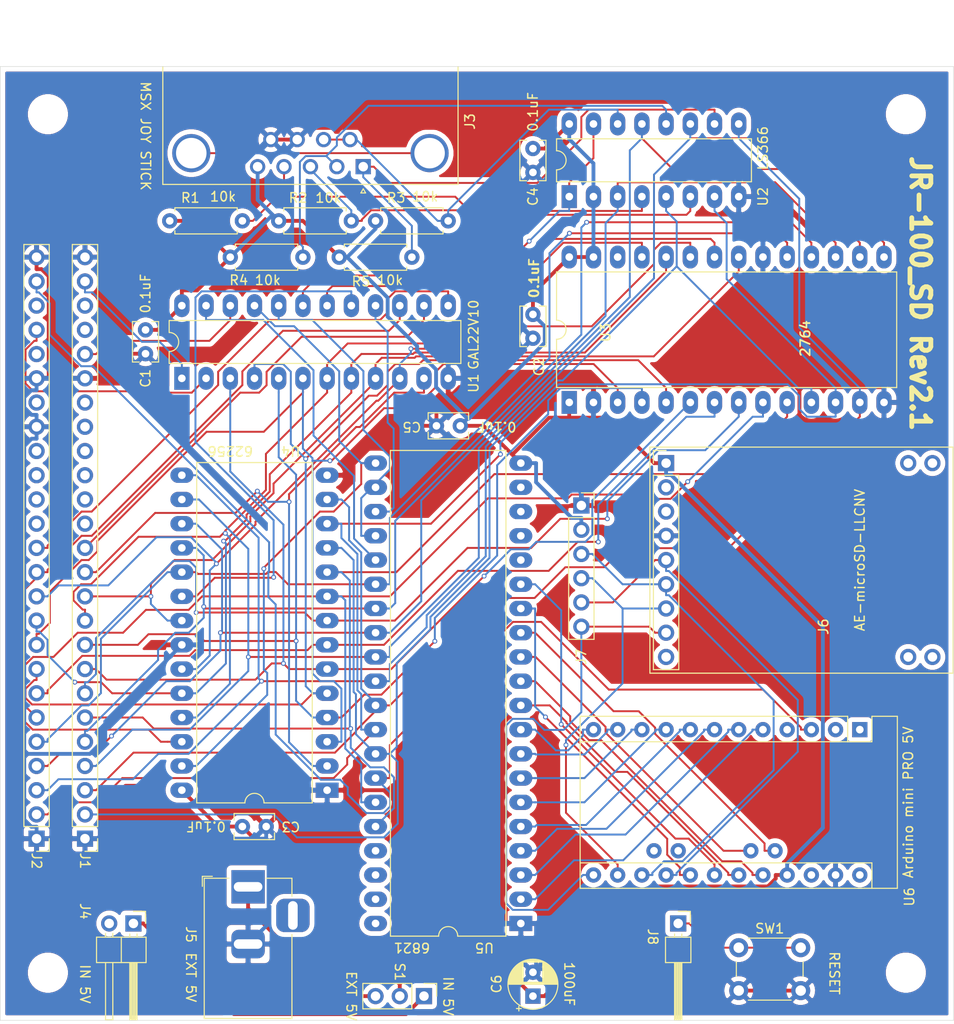
<source format=kicad_pcb>
(kicad_pcb (version 20171130) (host pcbnew "(5.1.9)-1")
  (layers (0 F.Cu signal) (31 B.Cu signal) (34 B.Paste user) (35 F.Paste user) (36 B.SilkS user hide) (37 F.SilkS user) (38 B.Mask user) (39 F.Mask user) (44 Edge.Cuts user))
  (net 0 "")
  (net 1 +5V)
  (net 2 GND)
  (net 3 /A0)
  (net 4 /A8)
  (net 5 /A1)
  (net 6 /A9)
  (net 7 /A2)
  (net 8 /A10)
  (net 9 /A3)
  (net 10 /A11)
  (net 11 /A4)
  (net 12 /A12)
  (net 13 /A5)
  (net 14 /A13)
  (net 15 /A6)
  (net 16 /A14)
  (net 17 /A7)
  (net 18 /A15)
  (net 19 /~RD)
  (net 20 /~RESET)
  (net 21 /SCK)
  (net 22 /MISO)
  (net 23 /MOSI)
  (net 24 /CS)
  (net 25 /~WE)
  (net 26 /DB0)
  (net 27 /DB2)
  (net 28 /DB4)
  (net 29 /DB6)
  (net 30 /DB1)
  (net 31 /DB3)
  (net 32 /DB5)
  (net 33 /DB7)
  (net 34 "Net-(J3-Pad1)")
  (net 35 "Net-(J3-Pad2)")
  (net 36 "Net-(J3-Pad3)")
  (net 37 "Net-(J3-Pad4)")
  (net 38 "Net-(J3-Pad6)")
  (net 39 "Net-(J3-Pad0)")
  (net 40 /PIO)
  (net 41 /RAM)
  (net 42 /ROM)
  (net 43 /JOY)
  (net 44 "Net-(U5-Pad2)")
  (net 45 "Net-(U5-Pad3)")
  (net 46 "Net-(U5-Pad4)")
  (net 47 "Net-(U5-Pad10)")
  (net 48 "Net-(J4-Pad1)")
  (net 49 "Net-(J5-Pad1)")
  (net 50 /CLOCK)
  (net 51 /BKILL)
  (net 52 "Net-(J8-Pad1)")
  (net 53 /~PIO)
  (net 54 "Net-(U5-Pad5)")
  (net 55 "Net-(U5-Pad11)")
  (net 56 "Net-(U5-Pad12)")
  (net 57 "Net-(U5-Pad13)")
  (net 58 "Net-(U5-Pad14)")
  (net 59 "Net-(U5-Pad15)")
  (net 60 "Net-(U5-Pad6)")
  (net 61 "Net-(U5-Pad7)")
  (net 62 /~CLOCK)
  (net 63 "Net-(U5-Pad8)")
  (net 64 "Net-(U5-Pad9)")
  (module Capacitor_THT:C_Rect_L4.0mm_W2.5mm_P2.50mm (layer F.Cu) (at 135.89 92.608 180)
    (fp_text reference C5 (at 5.08 -0.102 180 unlocked) (layer F.SilkS))
    (fp_text value 0.1uF (at -3.81 -0.102 180 unlocked) (layer F.SilkS))
    (pad 2 thru_hole circle (at 2.5 0 180) (size 1.6 1.6) (drill 0.8) (layers *.Cu *.Mask) (net 2 GND))
    (pad 1 thru_hole circle (at 0 0 180) (size 1.6 1.6) (drill 0.8) (layers *.Cu *.Mask) (net 1 +5V))
  )
  (module Package_DIP:DIP-28_W15.24mm_LongPads (layer F.Cu) (at 147.32 90.154 90)
    (fp_text reference U3 hide)
    (fp_text value 2764 (at 6.685 24.765 90 unlocked) (layer F.SilkS))
    (fp_text user %R (at 7.32 3.81 90 unlocked) (layer F.SilkS))
    (pad 1 thru_hole rect (at 0 0 90) (size 2.4 1.6) (drill 0.8) (layers *.Cu *.Mask) (net 1 +5V))
    (pad 15 thru_hole oval (at 15.24 33.02 90) (size 2.4 1.6) (drill 0.8) (layers *.Cu *.Mask) (net 31 /DB3))
    (pad 2 thru_hole oval (at 0 2.54 90) (size 2.4 1.6) (drill 0.8) (layers *.Cu *.Mask) (net 2 GND))
    (pad 16 thru_hole oval (at 15.24 30.48 90) (size 2.4 1.6) (drill 0.8) (layers *.Cu *.Mask) (net 28 /DB4))
    (pad 3 thru_hole oval (at 0 5.08 90) (size 2.4 1.6) (drill 0.8) (layers *.Cu *.Mask) (net 17 /A7))
    (pad 17 thru_hole oval (at 15.24 27.94 90) (size 2.4 1.6) (drill 0.8) (layers *.Cu *.Mask) (net 32 /DB5))
    (pad 4 thru_hole oval (at 0 7.62 90) (size 2.4 1.6) (drill 0.8) (layers *.Cu *.Mask) (net 15 /A6))
    (pad 18 thru_hole oval (at 15.24 25.4 90) (size 2.4 1.6) (drill 0.8) (layers *.Cu *.Mask) (net 29 /DB6))
    (pad 5 thru_hole oval (at 0 10.16 90) (size 2.4 1.6) (drill 0.8) (layers *.Cu *.Mask) (net 13 /A5))
    (pad 19 thru_hole oval (at 15.24 22.86 90) (size 2.4 1.6) (drill 0.8) (layers *.Cu *.Mask) (net 33 /DB7))
    (pad 6 thru_hole oval (at 0 12.7 90) (size 2.4 1.6) (drill 0.8) (layers *.Cu *.Mask) (net 11 /A4))
    (pad 20 thru_hole oval (at 15.24 20.32 90) (size 2.4 1.6) (drill 0.8) (layers *.Cu *.Mask) (net 2 GND))
    (pad 7 thru_hole oval (at 0 15.24 90) (size 2.4 1.6) (drill 0.8) (layers *.Cu *.Mask) (net 9 /A3))
    (pad 21 thru_hole oval (at 15.24 17.78 90) (size 2.4 1.6) (drill 0.8) (layers *.Cu *.Mask) (net 8 /A10))
    (pad 8 thru_hole oval (at 0 17.78 90) (size 2.4 1.6) (drill 0.8) (layers *.Cu *.Mask) (net 7 /A2))
    (pad 22 thru_hole oval (at 15.24 15.24 90) (size 2.4 1.6) (drill 0.8) (layers *.Cu *.Mask) (net 42 /ROM))
    (pad 9 thru_hole oval (at 0 20.32 90) (size 2.4 1.6) (drill 0.8) (layers *.Cu *.Mask) (net 5 /A1))
    (pad 23 thru_hole oval (at 15.24 12.7 90) (size 2.4 1.6) (drill 0.8) (layers *.Cu *.Mask) (net 10 /A11))
    (pad 10 thru_hole oval (at 0 22.86 90) (size 2.4 1.6) (drill 0.8) (layers *.Cu *.Mask) (net 3 /A0))
    (pad 24 thru_hole oval (at 15.24 10.16 90) (size 2.4 1.6) (drill 0.8) (layers *.Cu *.Mask) (net 6 /A9))
    (pad 11 thru_hole oval (at 0 25.4 90) (size 2.4 1.6) (drill 0.8) (layers *.Cu *.Mask) (net 26 /DB0))
    (pad 25 thru_hole oval (at 15.24 7.62 90) (size 2.4 1.6) (drill 0.8) (layers *.Cu *.Mask) (net 4 /A8))
    (pad 12 thru_hole oval (at 0 27.94 90) (size 2.4 1.6) (drill 0.8) (layers *.Cu *.Mask) (net 30 /DB1))
    (pad 26 thru_hole oval (at 15.24 5.08 90) (size 2.4 1.6) (drill 0.8) (layers *.Cu *.Mask))
    (pad 13 thru_hole oval (at 0 30.48 90) (size 2.4 1.6) (drill 0.8) (layers *.Cu *.Mask) (net 27 /DB2))
    (pad 27 thru_hole oval (at 15.24 2.54 90) (size 2.4 1.6) (drill 0.8) (layers *.Cu *.Mask) (net 1 +5V))
    (pad 14 thru_hole oval (at 0 33.02 90) (size 2.4 1.6) (drill 0.8) (layers *.Cu *.Mask) (net 2 GND))
    (pad 28 thru_hole oval (at 15.24 0 90) (size 2.4 1.6) (drill 0.8) (layers *.Cu *.Mask) (net 1 +5V))
  )
  (module Capacitor_THT:C_Rect_L4.0mm_W2.5mm_P2.50mm (layer F.Cu) (at 143.51 80.929 270)
    (fp_text reference C2 (at 5.49 -0.635 90 unlocked) (layer F.SilkS))
    (fp_text value 0.1uF (at -3.77 -0.11 90 unlocked) (layer F.SilkS))
    (pad 1 thru_hole circle (at 0 0 270) (size 1.6 1.6) (drill 0.8) (layers *.Cu *.Mask) (net 1 +5V))
    (pad 2 thru_hole circle (at 2.5 0 270) (size 1.6 1.6) (drill 0.8) (layers *.Cu *.Mask) (net 2 GND))
  )
  (module MountingHole:MountingHole_3.2mm_M3 (layer F.Cu) (at 92.63 59.94)
    (fp_text reference MH4 hide)
    (fp_text value MountingHole_3.2mm_M3 hide)
    (pad 1 np_thru_hole circle (at 0 0) (size 3.2 3.2) (drill 3.2) (layers *.Cu *.Mask))
  )
  (module MountingHole:MountingHole_3.2mm_M3 (layer F.Cu) (at 182.63 59.94)
    (fp_text reference MH3 hide)
    (fp_text value MountingHole_3.2mm_M3 hide)
    (pad 1 np_thru_hole circle (at 0 0) (size 3.2 3.2) (drill 3.2) (layers *.Cu *.Mask))
  )
  (module MountingHole:MountingHole_3.2mm_M3 (layer F.Cu) (at 182.63 149.94)
    (fp_text reference MH2 hide)
    (fp_text value MountingHole_3.2mm_M3 hide)
    (pad 1 np_thru_hole circle (at 0 0) (size 3.2 3.2) (drill 3.2) (layers *.Cu *.Mask))
  )
  (module MountingHole:MountingHole_3.2mm_M3 (layer F.Cu) (at 92.63 149.94)
    (fp_text reference MH1 hide)
    (fp_text value MountingHole_3.2mm_M3 hide)
    (pad 1 np_thru_hole circle (at 0 0) (size 3.2 3.2) (drill 3.2) (layers *.Cu *.Mask))
  )
  (module Connector_PinHeader_2.54mm:PinHeader_1x25_P2.54mm_Vertical (layer F.Cu) (at 96.52 135.89 180)
    (fp_text reference J1 (at 0 -2.33 270 unlocked) (layer F.SilkS))
    (fp_text value Conn_01x25)
    (pad 1 thru_hole rect (at 0 0 180) (size 1.7 1.7) (drill 1) (layers *.Cu *.Mask) (net 2 GND))
    (pad 2 thru_hole oval (at 0 2.54 180) (size 1.7 1.7) (drill 1) (layers *.Cu *.Mask) (net 26 /DB0))
    (pad 3 thru_hole oval (at 0 5.08 180) (size 1.7 1.7) (drill 1) (layers *.Cu *.Mask) (net 27 /DB2))
    (pad 4 thru_hole oval (at 0 7.62 180) (size 1.7 1.7) (drill 1) (layers *.Cu *.Mask) (net 28 /DB4))
    (pad 5 thru_hole oval (at 0 10.16 180) (size 1.7 1.7) (drill 1) (layers *.Cu *.Mask) (net 29 /DB6))
    (pad 6 thru_hole oval (at 0 12.7 180) (size 1.7 1.7) (drill 1) (layers *.Cu *.Mask) (net 3 /A0))
    (pad 7 thru_hole oval (at 0 15.24 180) (size 1.7 1.7) (drill 1) (layers *.Cu *.Mask) (net 7 /A2))
    (pad 8 thru_hole oval (at 0 17.78 180) (size 1.7 1.7) (drill 1) (layers *.Cu *.Mask) (net 11 /A4))
    (pad 9 thru_hole oval (at 0 20.32 180) (size 1.7 1.7) (drill 1) (layers *.Cu *.Mask) (net 15 /A6))
    (pad 10 thru_hole oval (at 0 22.86 180) (size 1.7 1.7) (drill 1) (layers *.Cu *.Mask) (net 4 /A8))
    (pad 11 thru_hole oval (at 0 25.4 180) (size 1.7 1.7) (drill 1) (layers *.Cu *.Mask) (net 8 /A10))
    (pad 12 thru_hole oval (at 0 27.94 180) (size 1.7 1.7) (drill 1) (layers *.Cu *.Mask) (net 12 /A12))
    (pad 13 thru_hole oval (at 0 30.48 180) (size 1.7 1.7) (drill 1) (layers *.Cu *.Mask) (net 16 /A14))
    (pad 14 thru_hole oval (at 0 33.02 180) (size 1.7 1.7) (drill 1) (layers *.Cu *.Mask))
    (pad 15 thru_hole oval (at 0 35.56 180) (size 1.7 1.7) (drill 1) (layers *.Cu *.Mask))
    (pad 16 thru_hole oval (at 0 38.1 180) (size 1.7 1.7) (drill 1) (layers *.Cu *.Mask))
    (pad 17 thru_hole oval (at 0 40.64 180) (size 1.7 1.7) (drill 1) (layers *.Cu *.Mask))
    (pad 18 thru_hole oval (at 0 43.18 180) (size 1.7 1.7) (drill 1) (layers *.Cu *.Mask))
    (pad 19 thru_hole oval (at 0 45.72 180) (size 1.7 1.7) (drill 1) (layers *.Cu *.Mask))
    (pad 20 thru_hole oval (at 0 48.26 180) (size 1.7 1.7) (drill 1) (layers *.Cu *.Mask) (net 2 GND))
    (pad 21 thru_hole oval (at 0 50.8 180) (size 1.7 1.7) (drill 1) (layers *.Cu *.Mask) (net 19 /~RD))
    (pad 22 thru_hole oval (at 0 53.34 180) (size 1.7 1.7) (drill 1) (layers *.Cu *.Mask))
    (pad 23 thru_hole oval (at 0 55.88 180) (size 1.7 1.7) (drill 1) (layers *.Cu *.Mask))
    (pad 24 thru_hole oval (at 0 58.42 180) (size 1.7 1.7) (drill 1) (layers *.Cu *.Mask) (net 50 /CLOCK))
    (pad 25 thru_hole oval (at 0 60.96 180) (size 1.7 1.7) (drill 1) (layers *.Cu *.Mask) (net 2 GND))
  )
  (module Kicad:AE-microSD-LLCNV (layer F.Cu) (at 157.48 116.84 180)
    (fp_text reference J6 (at -16.51 3.175 90) (layer F.SilkS))
    (fp_text value Micro_SD_Card_Kit hide)
    (fp_text user AE-microSD-LLCNV (at -20.32 10.16 90) (layer F.SilkS))
    (pad 1 thru_hole rect (at 0 20.32) (size 1.7 1.7) (drill 1) (layers *.Cu *.Mask) (net 1 +5V))
    (pad 2 thru_hole oval (at 0 17.78) (size 1.7 1.7) (drill 1) (layers *.Cu *.Mask))
    (pad 3 thru_hole oval (at 0 15.24) (size 1.7 1.7) (drill 1) (layers *.Cu *.Mask))
    (pad 4 thru_hole oval (at 0 12.7) (size 1.7 1.7) (drill 1) (layers *.Cu *.Mask) (net 2 GND))
    (pad 5 thru_hole oval (at 0 10.16) (size 1.7 1.7) (drill 1) (layers *.Cu *.Mask) (net 21 /SCK))
    (pad 6 thru_hole oval (at 0 7.62) (size 1.7 1.7) (drill 1) (layers *.Cu *.Mask) (net 22 /MISO))
    (pad 7 thru_hole oval (at 0 5.08) (size 1.7 1.7) (drill 1) (layers *.Cu *.Mask) (net 23 /MOSI))
    (pad 8 thru_hole oval (at 0 2.54) (size 1.7 1.7) (drill 1) (layers *.Cu *.Mask) (net 24 /CS))
    (pad 9 thru_hole oval (at 0 0) (size 1.7 1.7) (drill 1) (layers *.Cu *.Mask))
    (pad "" thru_hole oval (at -27.94 0 180) (size 1.7 1.7) (drill 1) (layers *.Cu *.Mask))
    (pad "" thru_hole oval (at -25.4 0 180) (size 1.7 1.7) (drill 1) (layers *.Cu *.Mask))
    (pad "" thru_hole oval (at -27.94 20.32 180) (size 1.7 1.7) (drill 1) (layers *.Cu *.Mask))
    (pad "" thru_hole oval (at -25.4 20.32 180) (size 1.7 1.7) (drill 1) (layers *.Cu *.Mask))
  )
  (module Kicad:Arduino_Pro_Mini (layer F.Cu) (at 177.8 124.46 270)
    (fp_text reference U6 (at 17.526 -5.207 270) (layer F.SilkS))
    (fp_text value Arduino_Pro_Mini_5V)
    (pad 1 thru_hole rect (at 0 0 270) (size 1.6 1.6) (drill 0.8) (layers *.Cu *.Mask))
    (pad 2 thru_hole oval (at 0 2.54 270) (size 1.6 1.6) (drill 0.8) (layers *.Cu *.Mask))
    (pad 3 thru_hole oval (at 0 5.08 270) (size 1.6 1.6) (drill 0.8) (layers *.Cu *.Mask) (net 20 /~RESET))
    (pad 13 thru_hole oval (at 15.24 27.94 270) (size 1.6 1.6) (drill 0.8) (layers *.Cu *.Mask) (net 24 /CS))
    (pad 4 thru_hole oval (at 0 7.62 270) (size 1.6 1.6) (drill 0.8) (layers *.Cu *.Mask))
    (pad 14 thru_hole oval (at 15.24 25.4 270) (size 1.6 1.6) (drill 0.8) (layers *.Cu *.Mask) (net 23 /MOSI))
    (pad 5 thru_hole oval (at 0 10.16 270) (size 1.6 1.6) (drill 0.8) (layers *.Cu *.Mask) (net 44 "Net-(U5-Pad2)"))
    (pad 15 thru_hole oval (at 15.24 22.86 270) (size 1.6 1.6) (drill 0.8) (layers *.Cu *.Mask) (net 22 /MISO))
    (pad 6 thru_hole oval (at 0 12.7 270) (size 1.6 1.6) (drill 0.8) (layers *.Cu *.Mask) (net 45 "Net-(U5-Pad3)"))
    (pad 16 thru_hole oval (at 15.24 20.32 270) (size 1.6 1.6) (drill 0.8) (layers *.Cu *.Mask) (net 21 /SCK))
    (pad 7 thru_hole oval (at 0 15.24 270) (size 1.6 1.6) (drill 0.8) (layers *.Cu *.Mask) (net 46 "Net-(U5-Pad4)"))
    (pad 17 thru_hole oval (at 15.24 17.78 270) (size 1.6 1.6) (drill 0.8) (layers *.Cu *.Mask) (net 58 "Net-(U5-Pad14)"))
    (pad 8 thru_hole oval (at 0 17.78 270) (size 1.6 1.6) (drill 0.8) (layers *.Cu *.Mask) (net 54 "Net-(U5-Pad5)"))
    (pad 18 thru_hole oval (at 15.24 15.24 270) (size 1.6 1.6) (drill 0.8) (layers *.Cu *.Mask) (net 59 "Net-(U5-Pad15)"))
    (pad 9 thru_hole oval (at 0 20.32 270) (size 1.6 1.6) (drill 0.8) (layers *.Cu *.Mask) (net 60 "Net-(U5-Pad6)"))
    (pad 19 thru_hole oval (at 15.24 12.7 270) (size 1.6 1.6) (drill 0.8) (layers *.Cu *.Mask) (net 47 "Net-(U5-Pad10)"))
    (pad 10 thru_hole oval (at 0 22.86 270) (size 1.6 1.6) (drill 0.8) (layers *.Cu *.Mask) (net 61 "Net-(U5-Pad7)"))
    (pad 20 thru_hole oval (at 15.24 10.16 270) (size 1.6 1.6) (drill 0.8) (layers *.Cu *.Mask) (net 55 "Net-(U5-Pad11)"))
    (pad 11 thru_hole oval (at 0 25.4 270) (size 1.6 1.6) (drill 0.8) (layers *.Cu *.Mask) (net 63 "Net-(U5-Pad8)"))
    (pad 21 thru_hole oval (at 15.24 7.62 270) (size 1.6 1.6) (drill 0.8) (layers *.Cu *.Mask) (net 1 +5V))
    (pad 12 thru_hole oval (at 0 27.94 270) (size 1.6 1.6) (drill 0.8) (layers *.Cu *.Mask) (net 64 "Net-(U5-Pad9)"))
    (pad 22 thru_hole oval (at 15.24 5.08 270) (size 1.6 1.6) (drill 0.8) (layers *.Cu *.Mask))
    (pad 23 thru_hole oval (at 15.24 2.54 270) (size 1.6 1.6) (drill 0.8) (layers *.Cu *.Mask) (net 2 GND))
    (pad 24 thru_hole oval (at 15.24 0 270) (size 1.6 1.6) (drill 0.8) (layers *.Cu *.Mask))
    (pad A5 thru_hole oval (at 12.7 8.89 270) (size 1.6 1.6) (drill 0.8) (layers *.Cu *.Mask) (net 57 "Net-(U5-Pad13)"))
    (pad A4 thru_hole oval (at 12.7 11.43 270) (size 1.6 1.6) (drill 0.8) (layers *.Cu *.Mask) (net 56 "Net-(U5-Pad12)"))
    (pad A7 thru_hole oval (at 12.7 19.05 270) (size 1.6 1.6) (drill 0.8) (layers *.Cu *.Mask))
    (pad A6 thru_hole oval (at 12.7 21.59 270) (size 1.6 1.6) (drill 0.8) (layers *.Cu *.Mask))
  )
  (module Connector_PinSocket_2.54mm:PinSocket_1x06_P2.54mm_Vertical (layer F.Cu) (at 148.59 100.965)
    (fp_text reference J7 (at 0 15.875 90) (layer F.SilkS))
    (fp_text value "MicroSD Card Adapter")
    (pad 1 thru_hole rect (at 0 0) (size 1.7 1.7) (drill 1) (layers *.Cu *.Mask) (net 2 GND))
    (pad 2 thru_hole oval (at 0 2.54) (size 1.7 1.7) (drill 1) (layers *.Cu *.Mask) (net 1 +5V))
    (pad 3 thru_hole oval (at 0 5.08) (size 1.7 1.7) (drill 1) (layers *.Cu *.Mask) (net 22 /MISO))
    (pad 4 thru_hole oval (at 0 7.62) (size 1.7 1.7) (drill 1) (layers *.Cu *.Mask) (net 23 /MOSI))
    (pad 5 thru_hole oval (at 0 10.16) (size 1.7 1.7) (drill 1) (layers *.Cu *.Mask) (net 21 /SCK))
    (pad 6 thru_hole oval (at 0 12.7) (size 1.7 1.7) (drill 1) (layers *.Cu *.Mask) (net 24 /CS))
  )
  (module Capacitor_THT:C_Rect_L4.0mm_W2.5mm_P2.50mm (layer F.Cu) (at 113.03 134.62)
    (fp_text reference C3 (at 5.08 0 180 unlocked) (layer F.SilkS))
    (fp_text value 0.1uF)
    (pad 2 thru_hole circle (at 2.5 0) (size 1.6 1.6) (drill 0.8) (layers *.Cu *.Mask) (net 2 GND))
    (pad 1 thru_hole circle (at 0 0) (size 1.6 1.6) (drill 0.8) (layers *.Cu *.Mask) (net 1 +5V))
  )
  (module Capacitor_THT:C_Rect_L4.0mm_W2.5mm_P2.50mm (layer F.Cu) (at 143.51 66.04 90)
    (fp_text reference C4 (at -2.54 0 90) (layer F.SilkS))
    (fp_text value 0.1uF)
    (pad 1 thru_hole circle (at 0 0 90) (size 1.6 1.6) (drill 0.8) (layers *.Cu *.Mask) (net 2 GND))
    (pad 2 thru_hole circle (at 2.5 0 90) (size 1.6 1.6) (drill 0.8) (layers *.Cu *.Mask) (net 1 +5V))
  )
  (module Connector_PinHeader_2.54mm:PinHeader_1x25_P2.54mm_Vertical (layer F.Cu) (at 91.44 135.89 180)
    (fp_text reference J2 (at 0 -2.33 270 unlocked) (layer F.SilkS))
    (fp_text value Conn_01x25)
    (pad 1 thru_hole rect (at 0 0 180) (size 1.7 1.7) (drill 1) (layers *.Cu *.Mask) (net 2 GND))
    (pad 2 thru_hole oval (at 0 2.54 180) (size 1.7 1.7) (drill 1) (layers *.Cu *.Mask) (net 30 /DB1))
    (pad 3 thru_hole oval (at 0 5.08 180) (size 1.7 1.7) (drill 1) (layers *.Cu *.Mask) (net 31 /DB3))
    (pad 4 thru_hole oval (at 0 7.62 180) (size 1.7 1.7) (drill 1) (layers *.Cu *.Mask) (net 32 /DB5))
    (pad 5 thru_hole oval (at 0 10.16 180) (size 1.7 1.7) (drill 1) (layers *.Cu *.Mask) (net 33 /DB7))
    (pad 6 thru_hole oval (at 0 12.7 180) (size 1.7 1.7) (drill 1) (layers *.Cu *.Mask) (net 5 /A1))
    (pad 7 thru_hole oval (at 0 15.24 180) (size 1.7 1.7) (drill 1) (layers *.Cu *.Mask) (net 9 /A3))
    (pad 8 thru_hole oval (at 0 17.78 180) (size 1.7 1.7) (drill 1) (layers *.Cu *.Mask) (net 13 /A5))
    (pad 9 thru_hole oval (at 0 20.32 180) (size 1.7 1.7) (drill 1) (layers *.Cu *.Mask) (net 17 /A7))
    (pad 10 thru_hole oval (at 0 22.86 180) (size 1.7 1.7) (drill 1) (layers *.Cu *.Mask) (net 6 /A9))
    (pad 11 thru_hole oval (at 0 25.4 180) (size 1.7 1.7) (drill 1) (layers *.Cu *.Mask) (net 10 /A11))
    (pad 12 thru_hole oval (at 0 27.94 180) (size 1.7 1.7) (drill 1) (layers *.Cu *.Mask) (net 14 /A13))
    (pad 13 thru_hole oval (at 0 30.48 180) (size 1.7 1.7) (drill 1) (layers *.Cu *.Mask) (net 18 /A15))
    (pad 14 thru_hole oval (at 0 33.02 180) (size 1.7 1.7) (drill 1) (layers *.Cu *.Mask))
    (pad 15 thru_hole oval (at 0 35.56 180) (size 1.7 1.7) (drill 1) (layers *.Cu *.Mask))
    (pad 16 thru_hole oval (at 0 38.1 180) (size 1.7 1.7) (drill 1) (layers *.Cu *.Mask))
    (pad 17 thru_hole oval (at 0 40.64 180) (size 1.7 1.7) (drill 1) (layers *.Cu *.Mask))
    (pad 18 thru_hole oval (at 0 43.18 180) (size 1.7 1.7) (drill 1) (layers *.Cu *.Mask) (net 2 GND))
    (pad 19 thru_hole oval (at 0 45.72 180) (size 1.7 1.7) (drill 1) (layers *.Cu *.Mask))
    (pad 20 thru_hole oval (at 0 48.26 180) (size 1.7 1.7) (drill 1) (layers *.Cu *.Mask) (net 2 GND))
    (pad 21 thru_hole oval (at 0 50.8 180) (size 1.7 1.7) (drill 1) (layers *.Cu *.Mask))
    (pad 22 thru_hole oval (at 0 53.34 180) (size 1.7 1.7) (drill 1) (layers *.Cu *.Mask) (net 51 /BKILL))
    (pad 23 thru_hole oval (at 0 55.88 180) (size 1.7 1.7) (drill 1) (layers *.Cu *.Mask))
    (pad 24 thru_hole oval (at 0 58.42 180) (size 1.7 1.7) (drill 1) (layers *.Cu *.Mask) (net 20 /~RESET))
    (pad 25 thru_hole oval (at 0 60.96 180) (size 1.7 1.7) (drill 1) (layers *.Cu *.Mask) (net 2 GND))
  )
  (module Resistor_THT:R_Axial_DIN0207_L6.3mm_D2.5mm_P7.62mm_Horizontal (layer F.Cu) (at 105.41 71.12)
    (fp_text reference R1 (at 2.159 -2.413) (layer F.SilkS))
    (fp_text value 10k)
    (pad 1 thru_hole circle (at 0 0) (size 1.6 1.6) (drill 0.8) (layers *.Cu *.Mask) (net 1 +5V))
    (pad 2 thru_hole oval (at 7.62 0) (size 1.6 1.6) (drill 0.8) (layers *.Cu *.Mask) (net 37 "Net-(J3-Pad4)"))
  )
  (module Resistor_THT:R_Axial_DIN0207_L6.3mm_D2.5mm_P7.62mm_Horizontal (layer F.Cu) (at 116.84 71.12)
    (fp_text reference R2 (at 2.032 -2.413) (layer F.SilkS))
    (fp_text value 10k)
    (pad 2 thru_hole oval (at 7.62 0) (size 1.6 1.6) (drill 0.8) (layers *.Cu *.Mask) (net 36 "Net-(J3-Pad3)"))
    (pad 1 thru_hole circle (at 0 0) (size 1.6 1.6) (drill 0.8) (layers *.Cu *.Mask) (net 1 +5V))
  )
  (module Resistor_THT:R_Axial_DIN0207_L6.3mm_D2.5mm_P7.62mm_Horizontal (layer F.Cu) (at 127 71.12)
    (fp_text reference R3 (at 2.159 -2.413) (layer F.SilkS))
    (fp_text value 10k)
    (pad 1 thru_hole circle (at 0 0) (size 1.6 1.6) (drill 0.8) (layers *.Cu *.Mask) (net 1 +5V))
    (pad 2 thru_hole oval (at 7.62 0) (size 1.6 1.6) (drill 0.8) (layers *.Cu *.Mask) (net 38 "Net-(J3-Pad6)"))
  )
  (module Resistor_THT:R_Axial_DIN0207_L6.3mm_D2.5mm_P7.62mm_Horizontal (layer F.Cu) (at 111.76 74.93)
    (fp_text reference R4 (at 0.889 2.413) (layer F.SilkS))
    (fp_text value 10k)
    (pad 2 thru_hole oval (at 7.62 0) (size 1.6 1.6) (drill 0.8) (layers *.Cu *.Mask) (net 35 "Net-(J3-Pad2)"))
    (pad 1 thru_hole circle (at 0 0) (size 1.6 1.6) (drill 0.8) (layers *.Cu *.Mask) (net 1 +5V))
  )
  (module Resistor_THT:R_Axial_DIN0207_L6.3mm_D2.5mm_P7.62mm_Horizontal (layer F.Cu) (at 123.19 74.93)
    (fp_text reference R5 (at 2.286 2.54) (layer F.SilkS))
    (fp_text value 10k)
    (pad 1 thru_hole circle (at 0 0) (size 1.6 1.6) (drill 0.8) (layers *.Cu *.Mask) (net 1 +5V))
    (pad 2 thru_hole oval (at 7.62 0) (size 1.6 1.6) (drill 0.8) (layers *.Cu *.Mask) (net 34 "Net-(J3-Pad1)"))
  )
  (module Package_DIP:DIP-24_W7.62mm_LongPads (layer F.Cu) (at 106.68 87.63 90)
    (fp_text reference U1 (at -0.508 30.607 90) (layer F.SilkS))
    (fp_text value GAL22V10)
    (pad 1 thru_hole rect (at 0 0 90) (size 2.4 1.6) (drill 0.8) (layers *.Cu *.Mask) (net 50 /CLOCK))
    (pad 13 thru_hole oval (at 7.62 27.94 90) (size 2.4 1.6) (drill 0.8) (layers *.Cu *.Mask) (net 18 /A15))
    (pad 2 thru_hole oval (at 0 2.54 90) (size 2.4 1.6) (drill 0.8) (layers *.Cu *.Mask) (net 51 /BKILL))
    (pad 14 thru_hole oval (at 7.62 25.4 90) (size 2.4 1.6) (drill 0.8) (layers *.Cu *.Mask) (net 16 /A14))
    (pad 3 thru_hole oval (at 0 5.08 90) (size 2.4 1.6) (drill 0.8) (layers *.Cu *.Mask) (net 11 /A4))
    (pad 15 thru_hole oval (at 7.62 22.86 90) (size 2.4 1.6) (drill 0.8) (layers *.Cu *.Mask) (net 14 /A13))
    (pad 4 thru_hole oval (at 0 7.62 90) (size 2.4 1.6) (drill 0.8) (layers *.Cu *.Mask) (net 13 /A5))
    (pad 16 thru_hole oval (at 7.62 20.32 90) (size 2.4 1.6) (drill 0.8) (layers *.Cu *.Mask) (net 40 /PIO))
    (pad 5 thru_hole oval (at 0 10.16 90) (size 2.4 1.6) (drill 0.8) (layers *.Cu *.Mask) (net 15 /A6))
    (pad 17 thru_hole oval (at 7.62 17.78 90) (size 2.4 1.6) (drill 0.8) (layers *.Cu *.Mask) (net 41 /RAM))
    (pad 6 thru_hole oval (at 0 12.7 90) (size 2.4 1.6) (drill 0.8) (layers *.Cu *.Mask) (net 17 /A7))
    (pad 18 thru_hole oval (at 7.62 15.24 90) (size 2.4 1.6) (drill 0.8) (layers *.Cu *.Mask) (net 42 /ROM))
    (pad 7 thru_hole oval (at 0 15.24 90) (size 2.4 1.6) (drill 0.8) (layers *.Cu *.Mask) (net 4 /A8))
    (pad 19 thru_hole oval (at 7.62 12.7 90) (size 2.4 1.6) (drill 0.8) (layers *.Cu *.Mask) (net 43 /JOY))
    (pad 8 thru_hole oval (at 0 17.78 90) (size 2.4 1.6) (drill 0.8) (layers *.Cu *.Mask) (net 6 /A9))
    (pad 20 thru_hole oval (at 7.62 10.16 90) (size 2.4 1.6) (drill 0.8) (layers *.Cu *.Mask) (net 53 /~PIO))
    (pad 9 thru_hole oval (at 0 20.32 90) (size 2.4 1.6) (drill 0.8) (layers *.Cu *.Mask) (net 8 /A10))
    (pad 21 thru_hole oval (at 7.62 7.62 90) (size 2.4 1.6) (drill 0.8) (layers *.Cu *.Mask) (net 25 /~WE))
    (pad 10 thru_hole oval (at 0 22.86 90) (size 2.4 1.6) (drill 0.8) (layers *.Cu *.Mask) (net 10 /A11))
    (pad 22 thru_hole oval (at 7.62 5.08 90) (size 2.4 1.6) (drill 0.8) (layers *.Cu *.Mask) (net 19 /~RD))
    (pad 11 thru_hole oval (at 0 25.4 90) (size 2.4 1.6) (drill 0.8) (layers *.Cu *.Mask) (net 12 /A12))
    (pad 23 thru_hole oval (at 7.62 2.54 90) (size 2.4 1.6) (drill 0.8) (layers *.Cu *.Mask) (net 62 /~CLOCK))
    (pad 12 thru_hole oval (at 0 27.94 90) (size 2.4 1.6) (drill 0.8) (layers *.Cu *.Mask) (net 2 GND))
    (pad 24 thru_hole oval (at 7.62 0 90) (size 2.4 1.6) (drill 0.8) (layers *.Cu *.Mask) (net 1 +5V))
  )
  (module Package_DIP:DIP-16_W7.62mm_LongPads (layer F.Cu) (at 147.32 68.58 90)
    (fp_text reference U2 (at 0 20.32 90) (layer F.SilkS))
    (fp_text value 74LS366)
    (pad 1 thru_hole rect (at 0 0 90) (size 2.4 1.6) (drill 0.8) (layers *.Cu *.Mask) (net 43 /JOY))
    (pad 9 thru_hole oval (at 7.62 17.78 90) (size 2.4 1.6) (drill 0.8) (layers *.Cu *.Mask) (net 27 /DB2))
    (pad 2 thru_hole oval (at 0 2.54 90) (size 2.4 1.6) (drill 0.8) (layers *.Cu *.Mask) (net 1 +5V))
    (pad 10 thru_hole oval (at 7.62 15.24 90) (size 2.4 1.6) (drill 0.8) (layers *.Cu *.Mask) (net 34 "Net-(J3-Pad1)"))
    (pad 3 thru_hole oval (at 0 5.08 90) (size 2.4 1.6) (drill 0.8) (layers *.Cu *.Mask) (net 32 /DB5))
    (pad 11 thru_hole oval (at 7.62 12.7 90) (size 2.4 1.6) (drill 0.8) (layers *.Cu *.Mask) (net 31 /DB3))
    (pad 4 thru_hole oval (at 0 7.62 90) (size 2.4 1.6) (drill 0.8) (layers *.Cu *.Mask) (net 37 "Net-(J3-Pad4)"))
    (pad 12 thru_hole oval (at 7.62 10.16 90) (size 2.4 1.6) (drill 0.8) (layers *.Cu *.Mask) (net 35 "Net-(J3-Pad2)"))
    (pad 5 thru_hole oval (at 0 10.16 90) (size 2.4 1.6) (drill 0.8) (layers *.Cu *.Mask) (net 26 /DB0))
    (pad 13 thru_hole oval (at 7.62 7.62 90) (size 2.4 1.6) (drill 0.8) (layers *.Cu *.Mask) (net 28 /DB4))
    (pad 6 thru_hole oval (at 0 12.7 90) (size 2.4 1.6) (drill 0.8) (layers *.Cu *.Mask) (net 36 "Net-(J3-Pad3)"))
    (pad 14 thru_hole oval (at 7.62 5.08 90) (size 2.4 1.6) (drill 0.8) (layers *.Cu *.Mask) (net 38 "Net-(J3-Pad6)"))
    (pad 7 thru_hole oval (at 0 15.24 90) (size 2.4 1.6) (drill 0.8) (layers *.Cu *.Mask) (net 30 /DB1))
    (pad 15 thru_hole oval (at 7.62 2.54 90) (size 2.4 1.6) (drill 0.8) (layers *.Cu *.Mask) (net 43 /JOY))
    (pad 8 thru_hole oval (at 0 17.78 90) (size 2.4 1.6) (drill 0.8) (layers *.Cu *.Mask) (net 2 GND))
    (pad 16 thru_hole oval (at 7.62 0 90) (size 2.4 1.6) (drill 0.8) (layers *.Cu *.Mask) (net 1 +5V))
  )
  (module Package_DIP:DIP-28_W15.24mm_LongPads (layer F.Cu) (at 121.92 130.81 180)
    (fp_text reference U4 (at 3.81 35.56 180 unlocked) (layer F.SilkS))
    (fp_text value 62256)
    (pad 1 thru_hole rect (at 0 0 180) (size 2.4 1.6) (drill 0.8) (layers *.Cu *.Mask) (net 2 GND))
    (pad 15 thru_hole oval (at 15.24 33.02 180) (size 2.4 1.6) (drill 0.8) (layers *.Cu *.Mask) (net 31 /DB3))
    (pad 2 thru_hole oval (at 0 2.54 180) (size 2.4 1.6) (drill 0.8) (layers *.Cu *.Mask) (net 12 /A12))
    (pad 16 thru_hole oval (at 15.24 30.48 180) (size 2.4 1.6) (drill 0.8) (layers *.Cu *.Mask) (net 28 /DB4))
    (pad 3 thru_hole oval (at 0 5.08 180) (size 2.4 1.6) (drill 0.8) (layers *.Cu *.Mask) (net 17 /A7))
    (pad 17 thru_hole oval (at 15.24 27.94 180) (size 2.4 1.6) (drill 0.8) (layers *.Cu *.Mask) (net 32 /DB5))
    (pad 4 thru_hole oval (at 0 7.62 180) (size 2.4 1.6) (drill 0.8) (layers *.Cu *.Mask) (net 15 /A6))
    (pad 18 thru_hole oval (at 15.24 25.4 180) (size 2.4 1.6) (drill 0.8) (layers *.Cu *.Mask) (net 29 /DB6))
    (pad 5 thru_hole oval (at 0 10.16 180) (size 2.4 1.6) (drill 0.8) (layers *.Cu *.Mask) (net 13 /A5))
    (pad 19 thru_hole oval (at 15.24 22.86 180) (size 2.4 1.6) (drill 0.8) (layers *.Cu *.Mask) (net 33 /DB7))
    (pad 6 thru_hole oval (at 0 12.7 180) (size 2.4 1.6) (drill 0.8) (layers *.Cu *.Mask) (net 11 /A4))
    (pad 20 thru_hole oval (at 15.24 20.32 180) (size 2.4 1.6) (drill 0.8) (layers *.Cu *.Mask) (net 41 /RAM))
    (pad 7 thru_hole oval (at 0 15.24 180) (size 2.4 1.6) (drill 0.8) (layers *.Cu *.Mask) (net 9 /A3))
    (pad 21 thru_hole oval (at 15.24 17.78 180) (size 2.4 1.6) (drill 0.8) (layers *.Cu *.Mask) (net 8 /A10))
    (pad 8 thru_hole oval (at 0 17.78 180) (size 2.4 1.6) (drill 0.8) (layers *.Cu *.Mask) (net 7 /A2))
    (pad 22 thru_hole oval (at 15.24 15.24 180) (size 2.4 1.6) (drill 0.8) (layers *.Cu *.Mask) (net 2 GND))
    (pad 9 thru_hole oval (at 0 20.32 180) (size 2.4 1.6) (drill 0.8) (layers *.Cu *.Mask) (net 5 /A1))
    (pad 23 thru_hole oval (at 15.24 12.7 180) (size 2.4 1.6) (drill 0.8) (layers *.Cu *.Mask) (net 10 /A11))
    (pad 10 thru_hole oval (at 0 22.86 180) (size 2.4 1.6) (drill 0.8) (layers *.Cu *.Mask) (net 3 /A0))
    (pad 24 thru_hole oval (at 15.24 10.16 180) (size 2.4 1.6) (drill 0.8) (layers *.Cu *.Mask) (net 6 /A9))
    (pad 11 thru_hole oval (at 0 25.4 180) (size 2.4 1.6) (drill 0.8) (layers *.Cu *.Mask) (net 26 /DB0))
    (pad 25 thru_hole oval (at 15.24 7.62 180) (size 2.4 1.6) (drill 0.8) (layers *.Cu *.Mask) (net 4 /A8))
    (pad 12 thru_hole oval (at 0 27.94 180) (size 2.4 1.6) (drill 0.8) (layers *.Cu *.Mask) (net 30 /DB1))
    (pad 26 thru_hole oval (at 15.24 5.08 180) (size 2.4 1.6) (drill 0.8) (layers *.Cu *.Mask) (net 14 /A13))
    (pad 13 thru_hole oval (at 0 30.48 180) (size 2.4 1.6) (drill 0.8) (layers *.Cu *.Mask) (net 27 /DB2))
    (pad 27 thru_hole oval (at 15.24 2.54 180) (size 2.4 1.6) (drill 0.8) (layers *.Cu *.Mask) (net 25 /~WE))
    (pad 14 thru_hole oval (at 0 33.02 180) (size 2.4 1.6) (drill 0.8) (layers *.Cu *.Mask) (net 2 GND))
    (pad 28 thru_hole oval (at 15.24 0 180) (size 2.4 1.6) (drill 0.8) (layers *.Cu *.Mask) (net 1 +5V))
  )
  (module Connector_PinHeader_2.54mm:PinHeader_1x02_P2.54mm_Horizontal (layer F.Cu) (at 101.6 144.78 270)
    (fp_text reference J4 (at -1.27 5.08 270 unlocked) (layer F.SilkS))
    (fp_text value "IN 5V")
    (pad 1 thru_hole rect (at 0 0 270) (size 1.7 1.7) (drill 1) (layers *.Cu *.Mask) (net 48 "Net-(J4-Pad1)"))
    (pad 2 thru_hole oval (at 0 2.54 270) (size 1.7 1.7) (drill 1) (layers *.Cu *.Mask))
  )
  (module Connector_BarrelJack:BarrelJack_Horizontal (layer F.Cu) (at 113.63 140.94 90)
    (fp_text reference J5 (at -5 -6 -90 unlocked) (layer F.SilkS))
    (fp_text value "EXT 5V")
    (pad 1 thru_hole rect (at 0 0 90) (size 3.5 3.5) (drill oval 1 3) (layers *.Cu *.Mask) (net 49 "Net-(J5-Pad1)"))
    (pad 2 thru_hole roundrect (at -6 0 90) (size 3 3.5) (drill oval 1 3) (layers *.Cu *.Mask) (net 2 GND))
    (pad 3 thru_hole roundrect (at -3 4.7 90) (size 3.5 3.5) (drill oval 3 1) (layers *.Cu *.Mask))
  )
  (module Connector_PinHeader_2.54mm:PinHeader_1x03_P2.54mm_Vertical (layer F.Cu) (at 132.08 152.4 270)
    (fp_text reference S1 (at -2.54 2.54 270 unlocked) (layer F.SilkS))
    (fp_text value IN/EXT)
    (pad 1 thru_hole rect (at 0 0 270) (size 1.7 1.7) (drill 1) (layers *.Cu *.Mask) (net 48 "Net-(J4-Pad1)"))
    (pad 2 thru_hole oval (at 0 2.54 270) (size 1.7 1.7) (drill 1) (layers *.Cu *.Mask) (net 1 +5V))
    (pad 3 thru_hole oval (at 0 5.08 270) (size 1.7 1.7) (drill 1) (layers *.Cu *.Mask) (net 49 "Net-(J5-Pad1)"))
  )
  (module Capacitor_THT:C_Rect_L4.0mm_W2.5mm_P2.50mm (layer F.Cu) (at 102.87 82.55 270)
    (fp_text reference C1 (at 5.08 0 90) (layer F.SilkS))
    (fp_text value 0.1uF)
    (pad 2 thru_hole circle (at 2.5 0 270) (size 1.6 1.6) (drill 0.8) (layers *.Cu *.Mask) (net 2 GND))
    (pad 1 thru_hole circle (at 0 0 270) (size 1.6 1.6) (drill 0.8) (layers *.Cu *.Mask) (net 1 +5V))
  )
  (module Capacitor_THT:CP_Radial_D5.0mm_P2.50mm (layer F.Cu) (at 143.51 152.4 90)
    (fp_text reference C6 (at 1.27 -3.81 -90) (layer F.SilkS))
    (fp_text value 100uF)
    (pad 1 thru_hole rect (at 0 0 90) (size 1.6 1.6) (drill 0.8) (layers *.Cu *.Mask) (net 1 +5V))
    (pad 2 thru_hole circle (at 2.5 0 90) (size 1.6 1.6) (drill 0.8) (layers *.Cu *.Mask) (net 2 GND))
  )
  (module Connector_Dsub:DSUB-9_Male_Horizontal_P2.77x2.84mm_EdgePinOffset7.70mm_Housed_MountingHolesOffset9.12mm (layer F.Cu) (at 125.71 65.44 180)
    (fp_text reference J3 (at -11.196 4.734 -90) (layer F.SilkS))
    (fp_text value "MSX JOY STICK")
    (pad 1 thru_hole rect (at 0 0 180) (size 1.6 1.6) (drill 1) (layers *.Cu *.Mask) (net 34 "Net-(J3-Pad1)"))
    (pad 2 thru_hole circle (at 2.77 0 180) (size 1.6 1.6) (drill 1) (layers *.Cu *.Mask) (net 35 "Net-(J3-Pad2)"))
    (pad 3 thru_hole circle (at 5.54 0 180) (size 1.6 1.6) (drill 1) (layers *.Cu *.Mask) (net 36 "Net-(J3-Pad3)"))
    (pad 4 thru_hole circle (at 8.31 0 180) (size 1.6 1.6) (drill 1) (layers *.Cu *.Mask) (net 37 "Net-(J3-Pad4)"))
    (pad 5 thru_hole circle (at 11.08 0 180) (size 1.6 1.6) (drill 1) (layers *.Cu *.Mask) (net 1 +5V))
    (pad 6 thru_hole circle (at 1.385 2.84 180) (size 1.6 1.6) (drill 1) (layers *.Cu *.Mask) (net 38 "Net-(J3-Pad6)"))
    (pad 7 thru_hole circle (at 4.155 2.84 180) (size 1.6 1.6) (drill 1) (layers *.Cu *.Mask) (net 38 "Net-(J3-Pad6)"))
    (pad 8 thru_hole circle (at 6.925 2.84 180) (size 1.6 1.6) (drill 1) (layers *.Cu *.Mask) (net 2 GND))
    (pad 9 thru_hole circle (at 9.695 2.84 180) (size 1.6 1.6) (drill 1) (layers *.Cu *.Mask) (net 2 GND))
    (pad 0 thru_hole circle (at -6.96 1.42 180) (size 4 4) (drill 3.2) (layers *.Cu *.Mask) (net 39 "Net-(J3-Pad0)"))
    (pad 0 thru_hole circle (at 18.04 1.42 180) (size 4 4) (drill 3.2) (layers *.Cu *.Mask) (net 39 "Net-(J3-Pad0)"))
  )
  (module Connector_PinHeader_2.54mm:PinHeader_1x01_P2.54mm_Horizontal (layer F.Cu) (at 158.75 144.78 270)
    (fp_text reference J8 (at 1.397 2.667 270 unlocked) (layer F.SilkS))
    (fp_text value Conn_01x01)
    (pad 1 thru_hole rect (at 0 0 270) (size 1.7 1.7) (drill 1) (layers *.Cu *.Mask) (net 52 "Net-(J8-Pad1)"))
  )
  (module Button_Switch_THT:SW_PUSH_6mm_H4.3mm (layer F.Cu) (at 165.1 147.32)
    (fp_text reference SW1 (at 3.25 -2) (layer F.SilkS))
    (fp_text value SW_Push)
    (pad 2 thru_hole circle (at 0 4.5 90) (size 2 2) (drill 1.1) (layers *.Cu *.Mask) (net 2 GND))
    (pad 1 thru_hole circle (at 0 0 90) (size 2 2) (drill 1.1) (layers *.Cu *.Mask) (net 52 "Net-(J8-Pad1)"))
    (pad 2 thru_hole circle (at 6.5 4.5 90) (size 2 2) (drill 1.1) (layers *.Cu *.Mask) (net 2 GND))
    (pad 1 thru_hole circle (at 6.5 0 90) (size 2 2) (drill 1.1) (layers *.Cu *.Mask) (net 52 "Net-(J8-Pad1)"))
  )
  (module Package_DIP:DIP-40_W15.24mm_LongPads (layer F.Cu) (at 142.24 144.78 180)
    (fp_text reference U5 (at 3.81 -2.54 180 unlocked) (layer F.SilkS))
    (fp_text value 6821)
    (pad 1 thru_hole rect (at 0 0 180) (size 2.4 1.6) (drill 0.8) (layers *.Cu *.Mask) (net 2 GND))
    (pad 21 thru_hole oval (at 15.24 48.26 180) (size 2.4 1.6) (drill 0.8) (layers *.Cu *.Mask) (net 25 /~WE))
    (pad 2 thru_hole oval (at 0 2.54 180) (size 2.4 1.6) (drill 0.8) (layers *.Cu *.Mask) (net 44 "Net-(U5-Pad2)"))
    (pad 22 thru_hole oval (at 15.24 45.72 180) (size 2.4 1.6) (drill 0.8) (layers *.Cu *.Mask) (net 53 /~PIO))
    (pad 3 thru_hole oval (at 0 5.08 180) (size 2.4 1.6) (drill 0.8) (layers *.Cu *.Mask) (net 45 "Net-(U5-Pad3)"))
    (pad 23 thru_hole oval (at 15.24 43.18 180) (size 2.4 1.6) (drill 0.8) (layers *.Cu *.Mask) (net 40 /PIO))
    (pad 4 thru_hole oval (at 0 7.62 180) (size 2.4 1.6) (drill 0.8) (layers *.Cu *.Mask) (net 46 "Net-(U5-Pad4)"))
    (pad 24 thru_hole oval (at 15.24 40.64 180) (size 2.4 1.6) (drill 0.8) (layers *.Cu *.Mask) (net 53 /~PIO))
    (pad 5 thru_hole oval (at 0 10.16 180) (size 2.4 1.6) (drill 0.8) (layers *.Cu *.Mask) (net 54 "Net-(U5-Pad5)"))
    (pad 25 thru_hole oval (at 15.24 38.1 180) (size 2.4 1.6) (drill 0.8) (layers *.Cu *.Mask) (net 62 /~CLOCK))
    (pad 6 thru_hole oval (at 0 12.7 180) (size 2.4 1.6) (drill 0.8) (layers *.Cu *.Mask) (net 60 "Net-(U5-Pad6)"))
    (pad 26 thru_hole oval (at 15.24 35.56 180) (size 2.4 1.6) (drill 0.8) (layers *.Cu *.Mask) (net 33 /DB7))
    (pad 7 thru_hole oval (at 0 15.24 180) (size 2.4 1.6) (drill 0.8) (layers *.Cu *.Mask) (net 61 "Net-(U5-Pad7)"))
    (pad 27 thru_hole oval (at 15.24 33.02 180) (size 2.4 1.6) (drill 0.8) (layers *.Cu *.Mask) (net 29 /DB6))
    (pad 8 thru_hole oval (at 0 17.78 180) (size 2.4 1.6) (drill 0.8) (layers *.Cu *.Mask) (net 63 "Net-(U5-Pad8)"))
    (pad 28 thru_hole oval (at 15.24 30.48 180) (size 2.4 1.6) (drill 0.8) (layers *.Cu *.Mask) (net 32 /DB5))
    (pad 9 thru_hole oval (at 0 20.32 180) (size 2.4 1.6) (drill 0.8) (layers *.Cu *.Mask) (net 64 "Net-(U5-Pad9)"))
    (pad 29 thru_hole oval (at 15.24 27.94 180) (size 2.4 1.6) (drill 0.8) (layers *.Cu *.Mask) (net 28 /DB4))
    (pad 10 thru_hole oval (at 0 22.86 180) (size 2.4 1.6) (drill 0.8) (layers *.Cu *.Mask) (net 47 "Net-(U5-Pad10)"))
    (pad 30 thru_hole oval (at 15.24 25.4 180) (size 2.4 1.6) (drill 0.8) (layers *.Cu *.Mask) (net 31 /DB3))
    (pad 11 thru_hole oval (at 0 25.4 180) (size 2.4 1.6) (drill 0.8) (layers *.Cu *.Mask) (net 55 "Net-(U5-Pad11)"))
    (pad 31 thru_hole oval (at 15.24 22.86 180) (size 2.4 1.6) (drill 0.8) (layers *.Cu *.Mask) (net 27 /DB2))
    (pad 12 thru_hole oval (at 0 27.94 180) (size 2.4 1.6) (drill 0.8) (layers *.Cu *.Mask) (net 56 "Net-(U5-Pad12)"))
    (pad 32 thru_hole oval (at 15.24 20.32 180) (size 2.4 1.6) (drill 0.8) (layers *.Cu *.Mask) (net 30 /DB1))
    (pad 13 thru_hole oval (at 0 30.48 180) (size 2.4 1.6) (drill 0.8) (layers *.Cu *.Mask) (net 57 "Net-(U5-Pad13)"))
    (pad 33 thru_hole oval (at 15.24 17.78 180) (size 2.4 1.6) (drill 0.8) (layers *.Cu *.Mask) (net 26 /DB0))
    (pad 14 thru_hole oval (at 0 33.02 180) (size 2.4 1.6) (drill 0.8) (layers *.Cu *.Mask) (net 58 "Net-(U5-Pad14)"))
    (pad 34 thru_hole oval (at 15.24 15.24 180) (size 2.4 1.6) (drill 0.8) (layers *.Cu *.Mask) (net 20 /~RESET))
    (pad 15 thru_hole oval (at 0 35.56 180) (size 2.4 1.6) (drill 0.8) (layers *.Cu *.Mask) (net 59 "Net-(U5-Pad15)"))
    (pad 35 thru_hole oval (at 15.24 12.7 180) (size 2.4 1.6) (drill 0.8) (layers *.Cu *.Mask) (net 5 /A1))
    (pad 16 thru_hole oval (at 0 38.1 180) (size 2.4 1.6) (drill 0.8) (layers *.Cu *.Mask))
    (pad 36 thru_hole oval (at 15.24 10.16 180) (size 2.4 1.6) (drill 0.8) (layers *.Cu *.Mask) (net 3 /A0))
    (pad 17 thru_hole oval (at 0 40.64 180) (size 2.4 1.6) (drill 0.8) (layers *.Cu *.Mask))
    (pad 37 thru_hole oval (at 15.24 7.62 180) (size 2.4 1.6) (drill 0.8) (layers *.Cu *.Mask))
    (pad 18 thru_hole oval (at 0 43.18 180) (size 2.4 1.6) (drill 0.8) (layers *.Cu *.Mask))
    (pad 38 thru_hole oval (at 15.24 5.08 180) (size 2.4 1.6) (drill 0.8) (layers *.Cu *.Mask))
    (pad 19 thru_hole oval (at 0 45.72 180) (size 2.4 1.6) (drill 0.8) (layers *.Cu *.Mask))
    (pad 39 thru_hole oval (at 15.24 2.54 180) (size 2.4 1.6) (drill 0.8) (layers *.Cu *.Mask))
    (pad 20 thru_hole oval (at 0 48.26 180) (size 2.4 1.6) (drill 0.8) (layers *.Cu *.Mask) (net 1 +5V))
    (pad 40 thru_hole oval (at 15.24 0 180) (size 2.4 1.6) (drill 0.8) (layers *.Cu *.Mask))
  )
  (gr_text RESET (at 175.133 149.987 270) (layer F.SilkS) (effects (font (size 1 1))))
  (gr_text GAL22V10 (at 137.287 83.058 90) (layer F.SilkS) (effects (font (size 1 1))))
  (gr_text 2764 (at 172.085 83.439 90) (layer F.SilkS) (effects (font (size 1 1))))
  (gr_text 6821 (at 130.81 147.32 180) (layer F.SilkS) (effects (font (size 1 1))))
  (gr_text 0.1uF (at 139.7 92.71 180) (layer F.SilkS) (effects (font (size 1 1))))
  (gr_text 0.1uF (at 143.637 77.089 90) (layer F.SilkS) (effects (font (size 1 1))))
  (gr_text 100uF (at 147.32 151.13 -90) (layer F.SilkS) (effects (font (size 1 1))))
  (gr_text "MSX JOY STICK" (at 102.87 62.23 -90) (layer F.SilkS) (effects (font (size 1 1))))
  (gr_text 10k (at 128.524 77.343) (layer F.SilkS) (effects (font (size 1 1))))
  (gr_text 10k (at 132.207 68.58) (layer F.SilkS) (effects (font (size 1 1))))
  (gr_text 10k (at 122.047 68.707) (layer F.SilkS) (effects (font (size 1 1))))
  (gr_text 10k (at 115.697 77.343) (layer F.SilkS) (effects (font (size 1 1))))
  (gr_text 10k (at 110.998 68.58) (layer F.SilkS) (effects (font (size 1 1))))
  (gr_text LS366 (at 167.64 63.5 90) (layer F.SilkS) (effects (font (size 1 1))))
  (gr_text "Arduino mini PRO 5V" (at 182.88 132.08 90) (layer F.SilkS) (effects (font (size 1 1))))
  (gr_text "IN 5V" (at 134.62 152.4 -90) (layer F.SilkS) (effects (font (size 1 1))))
  (gr_text "EXT 5V" (at 124.46 152.4 -90) (layer F.SilkS) (effects (font (size 1 1))))
  (gr_text "IN 5V" (at 96.52 151.13 -90) (layer F.SilkS) (effects (font (size 1 1))))
  (gr_text "EXT 5V" (at 107.63 150.44 -90) (layer F.SilkS) (effects (font (size 1 1))))
  (gr_text 62256 (at 111.76 95.25 180) (layer F.SilkS) (effects (font (size 1 1))))
  (gr_text 0.1uF (at 109.22 134.62 180) (layer F.SilkS) (effects (font (size 1 1))))
  (gr_text 0.1uF (at 102.87 78.74 90) (layer F.SilkS) (effects (font (size 1 1))))
  (gr_text 0.1uF (at 143.51 59.69 90) (layer F.SilkS) (effects (font (size 1 1))))
  (gr_text "JR-100_SD Rev2.1" (at 184.15 78.74 -90) (layer F.SilkS) (effects (font (size 2 2) (thickness 0.5))))
  (gr_line (start 87.63 54.94) (end 87.63 154.94) (layer Edge.Cuts) (width 0.05))
  (gr_line (start 187.63 154.94) (end 187.63 54.94) (layer Edge.Cuts) (width 0.05))
  (gr_line (start 87.63 154.94) (end 187.63 154.94) (layer Edge.Cuts) (width 0.05))
  (gr_line (start 187.63 54.94) (end 87.63 54.94) (layer Edge.Cuts) (width 0.05))
  (segment (start 170.18 139.7) (end 170.18 138.4997) (width 0.4) (layer B.Cu) (net 1))
  (segment (start 157.48 96.52) (end 157.48 97.7703) (width 0.4) (layer B.Cu) (net 1))
  (segment (start 157.48 97.7703) (end 158.0207 97.7703) (width 0.4) (layer B.Cu) (net 1))
  (segment (start 158.0207 97.7703) (end 173.926 113.6756) (width 0.4) (layer B.Cu) (net 1))
  (segment (start 173.926 113.6756) (end 173.926 134.7537) (width 0.4) (layer B.Cu) (net 1))
  (segment (start 173.926 134.7537) (end 170.18 138.4997) (width 0.4) (layer B.Cu) (net 1))
  (segment (start 136.6463 91.8517) (end 133.35 88.5555) (width 0.4) (layer B.Cu) (net 1))
  (segment (start 133.35 88.5555) (end 133.35 86.7067) (width 0.4) (layer B.Cu) (net 1))
  (segment (start 133.35 86.7067) (end 131.3587 84.7154) (width 0.4) (layer B.Cu) (net 1))
  (segment (start 131.3587 84.7154) (end 131.3587 84.2556) (width 0.4) (layer B.Cu) (net 1))
  (segment (start 131.3587 84.2556) (end 128.27 81.1669) (width 0.4) (layer B.Cu) (net 1))
  (segment (start 128.27 81.1669) (end 128.27 79.1799) (width 0.4) (layer B.Cu) (net 1))
  (segment (start 128.27 79.1799) (end 124.0201 74.93) (width 0.4) (layer B.Cu) (net 1))
  (segment (start 143.51 152.4) (end 144.7103 152.4) (width 0.4) (layer F.Cu) (net 1))
  (segment (start 170.18 139.7) (end 168.9797 139.7) (width 0.4) (layer F.Cu) (net 1))
  (segment (start 168.9797 139.7) (end 168.9797 140.0752) (width 0.4) (layer F.Cu) (net 1))
  (segment (start 168.9797 140.0752) (end 168.1546 140.9003) (width 0.4) (layer F.Cu) (net 1))
  (segment (start 168.1546 140.9003) (end 156.21 140.9003) (width 0.4) (layer F.Cu) (net 1))
  (segment (start 156.21 140.9003) (end 144.7103 152.4) (width 0.4) (layer F.Cu) (net 1))
  (segment (start 124.0201 74.93) (end 123.19 74.93) (width 0.4) (layer B.Cu) (net 1))
  (segment (start 124.0201 74.93) (end 127 71.9501) (width 0.4) (layer B.Cu) (net 1))
  (segment (start 127 71.9501) (end 127 71.12) (width 0.4) (layer B.Cu) (net 1))
  (segment (start 143.51 80.929) (end 144.7464 82.1654) (width 0.4) (layer B.Cu) (net 1))
  (segment (start 144.7464 82.1654) (end 144.7464 83.895) (width 0.4) (layer B.Cu) (net 1))
  (segment (start 144.7464 83.895) (end 136.7896 91.8518) (width 0.4) (layer B.Cu) (net 1))
  (segment (start 136.7896 91.8518) (end 136.6463 91.8518) (width 0.4) (layer B.Cu) (net 1))
  (segment (start 136.6463 91.8518) (end 136.6463 91.8517) (width 0.4) (layer B.Cu) (net 1))
  (segment (start 135.89 92.608) (end 136.6463 91.8517) (width 0.4) (layer B.Cu) (net 1))
  (segment (start 149.86 68.58) (end 149.86 73.3137) (width 0.4) (layer B.Cu) (net 1))
  (segment (start 147.32 62.5603) (end 149.86 65.1003) (width 0.4) (layer B.Cu) (net 1))
  (segment (start 149.86 65.1003) (end 149.86 68.58) (width 0.4) (layer B.Cu) (net 1))
  (segment (start 149.86 74.914) (end 149.86 73.3137) (width 0.4) (layer B.Cu) (net 1))
  (segment (start 157.48 96.52) (end 156.2297 96.52) (width 0.4) (layer F.Cu) (net 1))
  (segment (start 156.2297 96.52) (end 151.464 91.7543) (width 0.4) (layer F.Cu) (net 1))
  (segment (start 151.464 91.7543) (end 147.32 91.7543) (width 0.4) (layer F.Cu) (net 1))
  (segment (start 147.32 90.154) (end 147.32 91.7543) (width 0.4) (layer F.Cu) (net 1))
  (segment (start 141.3456 95.6256) (end 145.2169 91.7543) (width 0.4) (layer F.Cu) (net 1))
  (segment (start 145.2169 91.7543) (end 147.32 91.7543) (width 0.4) (layer F.Cu) (net 1))
  (segment (start 141.3456 95.6256) (end 142.24 96.52) (width 0.4) (layer F.Cu) (net 1))
  (segment (start 135.89 92.608) (end 138.328 92.608) (width 0.4) (layer F.Cu) (net 1))
  (segment (start 138.328 92.608) (end 141.3456 95.6256) (width 0.4) (layer F.Cu) (net 1))
  (segment (start 149.86 74.914) (end 147.32 74.914) (width 0.4) (layer F.Cu) (net 1))
  (segment (start 129.54 151.1496) (end 113.03 134.6396) (width 0.4) (layer F.Cu) (net 1))
  (segment (start 113.03 134.6396) (end 113.03 134.62) (width 0.4) (layer F.Cu) (net 1))
  (segment (start 129.54 151.1496) (end 129.54 151.105) (width 0.4) (layer F.Cu) (net 1))
  (segment (start 129.54 151.105) (end 130.391 150.254) (width 0.4) (layer F.Cu) (net 1))
  (segment (start 130.391 150.254) (end 141.364 150.254) (width 0.4) (layer F.Cu) (net 1))
  (segment (start 141.364 150.254) (end 143.51 152.4) (width 0.4) (layer F.Cu) (net 1))
  (segment (start 129.54 152.4) (end 129.54 151.1496) (width 0.4) (layer F.Cu) (net 1))
  (segment (start 123.19 74.93) (end 119.38 71.12) (width 0.4) (layer F.Cu) (net 1))
  (segment (start 119.38 71.12) (end 116.84 71.12) (width 0.4) (layer F.Cu) (net 1))
  (segment (start 116.205 70.485) (end 116.84 71.12) (width 0.4) (layer B.Cu) (net 1))
  (segment (start 114.63 65.44) (end 114.63 68.91) (width 0.4) (layer B.Cu) (net 1))
  (segment (start 114.63 68.91) (end 116.205 70.485) (width 0.4) (layer B.Cu) (net 1))
  (segment (start 116.205 70.485) (end 111.76 74.93) (width 0.4) (layer B.Cu) (net 1))
  (segment (start 106.68 80.01) (end 106.68 78.4097) (width 0.4) (layer F.Cu) (net 1))
  (segment (start 111.76 74.93) (end 108.2803 78.4097) (width 0.4) (layer F.Cu) (net 1))
  (segment (start 108.2803 78.4097) (end 106.68 78.4097) (width 0.4) (layer F.Cu) (net 1))
  (segment (start 111.76 74.93) (end 107.95 71.12) (width 0.4) (layer F.Cu) (net 1))
  (segment (start 107.95 71.12) (end 105.41 71.12) (width 0.4) (layer F.Cu) (net 1))
  (segment (start 142.24 96.52) (end 143.8403 96.52) (width 0.4) (layer B.Cu) (net 1))
  (segment (start 148.59 103.505) (end 148.59 102.2547) (width 0.4) (layer B.Cu) (net 1))
  (segment (start 148.59 102.2547) (end 147.5778 102.2547) (width 0.4) (layer B.Cu) (net 1))
  (segment (start 147.5778 102.2547) (end 143.8403 98.5172) (width 0.4) (layer B.Cu) (net 1))
  (segment (start 143.8403 98.5172) (end 143.8403 96.52) (width 0.4) (layer B.Cu) (net 1))
  (segment (start 113.03 134.62) (end 110.49 134.62) (width 0.4) (layer F.Cu) (net 1))
  (segment (start 110.49 134.62) (end 106.68 130.81) (width 0.4) (layer F.Cu) (net 1))
  (segment (start 143.51 80.929) (end 143.51 78.724) (width 0.4) (layer F.Cu) (net 1))
  (segment (start 143.51 78.724) (end 147.32 74.914) (width 0.4) (layer F.Cu) (net 1))
  (segment (start 147.32 60.96) (end 147.32 62.5603) (width 0.4) (layer B.Cu) (net 1))
  (segment (start 143.51 63.54) (end 144.74 63.54) (width 0.4) (layer F.Cu) (net 1))
  (segment (start 144.74 63.54) (end 147.32 60.96) (width 0.4) (layer F.Cu) (net 1))
  (segment (start 102.87 82.55) (end 104.14 82.55) (width 0.4) (layer F.Cu) (net 1))
  (segment (start 104.14 82.55) (end 106.68 80.01) (width 0.4) (layer F.Cu) (net 1))
  (segment (start 106.68 115.57) (end 98.6501 123.5999) (width 0.4) (layer B.Cu) (net 2))
  (segment (start 98.6501 123.5999) (end 98.6501 125.384) (width 0.4) (layer B.Cu) (net 2))
  (segment (start 98.6501 125.384) (end 97.0341 127) (width 0.4) (layer B.Cu) (net 2))
  (segment (start 97.0341 127) (end 90.1504 127) (width 0.4) (layer B.Cu) (net 2))
  (segment (start 149.86 90.154) (end 149.86 91.7543) (width 0.4) (layer B.Cu) (net 2))
  (segment (start 149.86 91.7543) (end 148.59 93.0243) (width 0.4) (layer B.Cu) (net 2))
  (segment (start 148.59 93.0243) (end 148.59 100.965) (width 0.4) (layer B.Cu) (net 2))
  (segment (start 142.24 144.78) (end 140.6397 144.78) (width 0.4) (layer F.Cu) (net 2))
  (segment (start 140.6397 144.78) (end 140.6397 143.5797) (width 0.4) (layer F.Cu) (net 2))
  (segment (start 140.6397 143.5797) (end 127.87 130.81) (width 0.4) (layer F.Cu) (net 2))
  (segment (start 127.87 130.81) (end 121.92 130.81) (width 0.4) (layer F.Cu) (net 2))
  (segment (start 171.468 88.5537) (end 171.468 80.3423) (width 0.4) (layer F.Cu) (net 2))
  (segment (start 171.468 80.3423) (end 167.64 76.5143) (width 0.4) (layer F.Cu) (net 2))
  (segment (start 158.7303 104.14) (end 171.468 91.4023) (width 0.4) (layer F.Cu) (net 2))
  (segment (start 171.468 91.4023) (end 171.468 88.5537) (width 0.4) (layer F.Cu) (net 2))
  (segment (start 171.468 88.5537) (end 180.34 88.5537) (width 0.4) (layer F.Cu) (net 2))
  (segment (start 180.34 90.154) (end 180.34 88.5537) (width 0.4) (layer F.Cu) (net 2))
  (segment (start 165.1 151.82) (end 171.6 151.82) (width 0.4) (layer F.Cu) (net 2))
  (segment (start 133.39 92.608) (end 128.7023 92.608) (width 0.4) (layer F.Cu) (net 2))
  (segment (start 128.7023 92.608) (end 123.5203 97.79) (width 0.4) (layer F.Cu) (net 2))
  (segment (start 121.92 97.79) (end 123.5203 97.79) (width 0.4) (layer F.Cu) (net 2))
  (segment (start 133.39 92.608) (end 133.39 90.4603) (width 0.4) (layer F.Cu) (net 2))
  (segment (start 133.39 90.4603) (end 134.62 89.2303) (width 0.4) (layer F.Cu) (net 2))
  (segment (start 121.92 130.81) (end 119.34 130.81) (width 0.4) (layer F.Cu) (net 2))
  (segment (start 119.34 130.81) (end 115.53 134.62) (width 0.4) (layer F.Cu) (net 2))
  (segment (start 134.62 87.63) (end 134.62 86.0297) (width 0.4) (layer B.Cu) (net 2))
  (segment (start 142.2765 82.1955) (end 143.51 83.429) (width 0.4) (layer B.Cu) (net 2))
  (segment (start 143.51 66.04) (end 142.2765 67.2735) (width 0.4) (layer B.Cu) (net 2))
  (segment (start 142.2765 67.2735) (end 142.2765 82.1955) (width 0.4) (layer B.Cu) (net 2))
  (segment (start 134.62 86.0297) (end 138.4423 86.0297) (width 0.4) (layer B.Cu) (net 2))
  (segment (start 138.4423 86.0297) (end 142.2765 82.1955) (width 0.4) (layer B.Cu) (net 2))
  (segment (start 115.53 135.89) (end 96.52 135.89) (width 0.4) (layer B.Cu) (net 2))
  (segment (start 113.63 146.94) (end 115.7804 144.7896) (width 0.4) (layer B.Cu) (net 2))
  (segment (start 115.7804 144.7896) (end 115.7804 136.1404) (width 0.4) (layer B.Cu) (net 2))
  (segment (start 115.7804 136.1404) (end 115.53 135.89) (width 0.4) (layer B.Cu) (net 2))
  (segment (start 115.53 134.62) (end 115.53 135.89) (width 0.4) (layer B.Cu) (net 2))
  (segment (start 134.62 87.63) (end 134.62 89.2303) (width 0.4) (layer F.Cu) (net 2))
  (segment (start 149.86 90.154) (end 149.86 88.5537) (width 0.4) (layer F.Cu) (net 2))
  (segment (start 149.86 88.5537) (end 135.7938 88.5537) (width 0.4) (layer F.Cu) (net 2))
  (segment (start 135.7938 88.5537) (end 135.1172 89.2303) (width 0.4) (layer F.Cu) (net 2))
  (segment (start 135.1172 89.2303) (end 134.62 89.2303) (width 0.4) (layer F.Cu) (net 2))
  (segment (start 167.64 74.914) (end 167.64 76.5143) (width 0.4) (layer F.Cu) (net 2))
  (segment (start 165.1 68.58) (end 165.1 70.1803) (width 0.4) (layer B.Cu) (net 2))
  (segment (start 167.64 74.914) (end 167.64 72.7203) (width 0.4) (layer B.Cu) (net 2))
  (segment (start 167.64 72.7203) (end 165.1 70.1803) (width 0.4) (layer B.Cu) (net 2))
  (segment (start 143.8403 149.5697) (end 143.51 149.9) (width 0.4) (layer B.Cu) (net 2))
  (segment (start 143.8403 144.78) (end 143.8403 149.5697) (width 0.4) (layer B.Cu) (net 2))
  (segment (start 143.8403 149.5697) (end 162.8497 149.5697) (width 0.4) (layer B.Cu) (net 2))
  (segment (start 162.8497 149.5697) (end 165.1 151.82) (width 0.4) (layer B.Cu) (net 2))
  (segment (start 157.48 104.14) (end 156.2297 104.14) (width 0.4) (layer F.Cu) (net 2))
  (segment (start 156.2297 104.14) (end 153.0547 100.965) (width 0.4) (layer F.Cu) (net 2))
  (segment (start 153.0547 100.965) (end 149.8403 100.965) (width 0.4) (layer F.Cu) (net 2))
  (segment (start 96.52 74.93) (end 103.3286 74.93) (width 0.4) (layer B.Cu) (net 2))
  (segment (start 103.3286 74.93) (end 115.6586 62.6) (width 0.4) (layer B.Cu) (net 2))
  (segment (start 115.6586 62.6) (end 116.015 62.6) (width 0.4) (layer B.Cu) (net 2))
  (segment (start 90.1504 127) (end 90.1504 94.7318) (width 0.4) (layer B.Cu) (net 2))
  (segment (start 90.1504 94.7318) (end 90.9219 93.9603) (width 0.4) (layer B.Cu) (net 2))
  (segment (start 90.9219 93.9603) (end 91.44 93.9603) (width 0.4) (layer B.Cu) (net 2))
  (segment (start 91.44 134.6397) (end 90.893 134.6397) (width 0.4) (layer B.Cu) (net 2))
  (segment (start 90.893 134.6397) (end 90.1504 133.8971) (width 0.4) (layer B.Cu) (net 2))
  (segment (start 90.1504 133.8971) (end 90.1504 127) (width 0.4) (layer B.Cu) (net 2))
  (segment (start 92.7163 76.9385) (end 91.9581 76.1803) (width 0.4) (layer F.Cu) (net 2))
  (segment (start 91.9581 76.1803) (end 91.44 76.1803) (width 0.4) (layer F.Cu) (net 2))
  (segment (start 92.7163 87.63) (end 92.7163 76.9385) (width 0.4) (layer F.Cu) (net 2))
  (segment (start 96.52 74.93) (end 94.7248 74.93) (width 0.4) (layer F.Cu) (net 2))
  (segment (start 94.7248 74.93) (end 92.7163 76.9385) (width 0.4) (layer F.Cu) (net 2))
  (segment (start 92.7163 87.63) (end 96.52 87.63) (width 0.4) (layer F.Cu) (net 2))
  (segment (start 91.44 87.63) (end 92.7163 87.63) (width 0.4) (layer F.Cu) (net 2))
  (segment (start 91.44 74.93) (end 91.44 76.1803) (width 0.4) (layer F.Cu) (net 2))
  (segment (start 91.44 92.71) (end 91.44 93.9603) (width 0.4) (layer B.Cu) (net 2))
  (segment (start 91.44 135.89) (end 91.44 134.6397) (width 0.4) (layer B.Cu) (net 2))
  (segment (start 157.48 104.14) (end 158.7303 104.14) (width 0.4) (layer F.Cu) (net 2))
  (segment (start 91.44 135.89) (end 96.52 135.89) (width 0.4) (layer F.Cu) (net 2))
  (segment (start 148.59 100.965) (end 149.8403 100.965) (width 0.4) (layer F.Cu) (net 2))
  (segment (start 91.44 92.71) (end 91.44 91.4597) (width 0.4) (layer B.Cu) (net 2))
  (segment (start 91.44 87.63) (end 91.44 88.8803) (width 0.4) (layer B.Cu) (net 2))
  (segment (start 91.44 88.8803) (end 90.893 88.8803) (width 0.4) (layer B.Cu) (net 2))
  (segment (start 90.893 88.8803) (end 90.1504 89.6229) (width 0.4) (layer B.Cu) (net 2))
  (segment (start 90.1504 89.6229) (end 90.1504 90.6882) (width 0.4) (layer B.Cu) (net 2))
  (segment (start 90.1504 90.6882) (end 90.9219 91.4597) (width 0.4) (layer B.Cu) (net 2))
  (segment (start 90.9219 91.4597) (end 91.44 91.4597) (width 0.4) (layer B.Cu) (net 2))
  (segment (start 96.52 87.63) (end 97.7703 87.63) (width 0.4) (layer F.Cu) (net 2))
  (segment (start 102.87 85.05) (end 100.3503 85.05) (width 0.4) (layer F.Cu) (net 2))
  (segment (start 100.3503 85.05) (end 97.7703 87.63) (width 0.4) (layer F.Cu) (net 2))
  (segment (start 118.785 62.6) (end 120.0138 61.3712) (width 0.4) (layer F.Cu) (net 2))
  (segment (start 120.0138 61.3712) (end 138.8412 61.3712) (width 0.4) (layer F.Cu) (net 2))
  (segment (start 138.8412 61.3712) (end 143.51 66.04) (width 0.4) (layer F.Cu) (net 2))
  (segment (start 116.015 62.6) (end 118.785 62.6) (width 0.4) (layer F.Cu) (net 2))
  (segment (start 171.6 151.82) (end 175.26 148.16) (width 0.4) (layer B.Cu) (net 2))
  (segment (start 175.26 148.16) (end 175.26 139.7) (width 0.4) (layer B.Cu) (net 2))
  (segment (start 142.24 144.78) (end 143.8403 144.78) (width 0.4) (layer B.Cu) (net 2))
  (segment (start 170.18 90.154) (end 170.18 91.6543) (width 0.2) (layer F.Cu) (net 3))
  (segment (start 121.92 107.95) (end 129.1908 107.95) (width 0.2) (layer F.Cu) (net 3))
  (segment (start 129.1908 107.95) (end 139.4704 97.6704) (width 0.2) (layer F.Cu) (net 3))
  (segment (start 139.4704 97.6704) (end 164.1639 97.6704) (width 0.2) (layer F.Cu) (net 3))
  (segment (start 164.1639 97.6704) (end 170.18 91.6543) (width 0.2) (layer F.Cu) (net 3))
  (segment (start 123.4203 107.95) (end 124.2988 108.8285) (width 0.2) (layer B.Cu) (net 3))
  (segment (start 124.2988 108.8285) (end 124.2988 124.2543) (width 0.2) (layer B.Cu) (net 3))
  (segment (start 124.2988 124.2543) (end 124.3946 124.3501) (width 0.2) (layer B.Cu) (net 3))
  (segment (start 124.3946 124.3501) (end 124.3946 126.3539) (width 0.2) (layer B.Cu) (net 3))
  (segment (start 124.3946 126.3539) (end 126.4523 128.4116) (width 0.2) (layer B.Cu) (net 3))
  (segment (start 126.4523 128.4116) (end 127.881 128.4116) (width 0.2) (layer B.Cu) (net 3))
  (segment (start 127.881 128.4116) (end 128.933 129.4636) (width 0.2) (layer B.Cu) (net 3))
  (segment (start 128.933 129.4636) (end 128.933 132.687) (width 0.2) (layer B.Cu) (net 3))
  (segment (start 128.933 132.687) (end 127 134.62) (width 0.2) (layer B.Cu) (net 3))
  (segment (start 96.52 123.19) (end 102.5714 123.19) (width 0.2) (layer F.Cu) (net 3))
  (segment (start 102.5714 123.19) (end 103.7315 124.3501) (width 0.2) (layer F.Cu) (net 3))
  (segment (start 103.7315 124.3501) (end 124.3946 124.3501) (width 0.2) (layer F.Cu) (net 3))
  (segment (start 121.92 107.95) (end 123.4203 107.95) (width 0.2) (layer B.Cu) (net 3))
  (via (at 124.3946 124.3501) (size 0.5) (layers F.Cu B.Cu) (net 3))
  (segment (start 108.1803 123.19) (end 111.724 119.6463) (width 0.2) (layer B.Cu) (net 4))
  (segment (start 111.724 119.6463) (end 111.724 104.3624) (width 0.2) (layer B.Cu) (net 4))
  (segment (start 111.724 104.3624) (end 111.2393 103.8777) (width 0.2) (layer B.Cu) (net 4))
  (segment (start 121.92 89.1303) (end 115.5001 95.5502) (width 0.2) (layer F.Cu) (net 4))
  (segment (start 115.5001 95.5502) (end 115.5001 99.3345) (width 0.2) (layer F.Cu) (net 4))
  (segment (start 115.5001 99.3345) (end 111.2393 103.5953) (width 0.2) (layer F.Cu) (net 4))
  (segment (start 111.2393 103.5953) (end 111.2393 103.8777) (width 0.2) (layer F.Cu) (net 4))
  (segment (start 154.94 73.4137) (end 146.6961 73.4137) (width 0.2) (layer F.Cu) (net 4))
  (segment (start 146.6961 73.4137) (end 136.1351 83.9747) (width 0.2) (layer F.Cu) (net 4))
  (segment (start 136.1351 83.9747) (end 124.075 83.9747) (width 0.2) (layer F.Cu) (net 4))
  (segment (start 124.075 83.9747) (end 121.92 86.1297) (width 0.2) (layer F.Cu) (net 4))
  (segment (start 121.92 87.63) (end 121.92 86.1297) (width 0.2) (layer F.Cu) (net 4))
  (segment (start 111.2393 103.8777) (end 111.0272 103.8777) (width 0.2) (layer F.Cu) (net 4))
  (segment (start 111.0272 103.8777) (end 110.6661 104.2388) (width 0.2) (layer F.Cu) (net 4))
  (segment (start 110.6661 104.2388) (end 102.1314 104.2388) (width 0.2) (layer F.Cu) (net 4))
  (segment (start 102.1314 104.2388) (end 97.1502 109.22) (width 0.2) (layer F.Cu) (net 4))
  (segment (start 97.1502 109.22) (end 96.1129 109.22) (width 0.2) (layer F.Cu) (net 4))
  (segment (start 96.1129 109.22) (end 95.3146 110.0183) (width 0.2) (layer F.Cu) (net 4))
  (segment (start 95.3146 110.0183) (end 95.3146 110.9127) (width 0.2) (layer F.Cu) (net 4))
  (segment (start 95.3146 110.9127) (end 96.2816 111.8797) (width 0.2) (layer F.Cu) (net 4))
  (segment (start 96.2816 111.8797) (end 96.52 111.8797) (width 0.2) (layer F.Cu) (net 4))
  (segment (start 121.92 87.63) (end 121.92 89.1303) (width 0.2) (layer F.Cu) (net 4))
  (segment (start 154.94 74.914) (end 154.94 73.4137) (width 0.2) (layer F.Cu) (net 4))
  (segment (start 106.68 123.19) (end 108.1803 123.19) (width 0.2) (layer B.Cu) (net 4))
  (segment (start 96.52 113.03) (end 96.52 111.8797) (width 0.2) (layer F.Cu) (net 4))
  (via (at 111.2393 103.8777) (size 0.5) (layers F.Cu B.Cu) (net 4))
  (segment (start 121.92 110.49) (end 128.5004 110.49) (width 0.2) (layer F.Cu) (net 5))
  (segment (start 128.5004 110.49) (end 138.7755 100.2149) (width 0.2) (layer F.Cu) (net 5))
  (segment (start 138.7755 100.2149) (end 147.1735 100.2149) (width 0.2) (layer F.Cu) (net 5))
  (segment (start 147.1735 100.2149) (end 147.5738 99.8146) (width 0.2) (layer F.Cu) (net 5))
  (segment (start 147.5738 99.8146) (end 152.9168 99.8146) (width 0.2) (layer F.Cu) (net 5))
  (segment (start 152.9168 99.8146) (end 153.3678 100.2656) (width 0.2) (layer F.Cu) (net 5))
  (segment (start 153.3678 100.2656) (end 157.9464 100.2656) (width 0.2) (layer F.Cu) (net 5))
  (segment (start 157.9464 100.2656) (end 159.7482 98.4638) (width 0.2) (layer F.Cu) (net 5))
  (segment (start 91.44 123.19) (end 89.8534 121.6034) (width 0.2) (layer F.Cu) (net 5))
  (segment (start 89.8534 121.6034) (end 89.8534 118.0653) (width 0.2) (layer F.Cu) (net 5))
  (segment (start 89.8534 118.0653) (end 91.0787 116.84) (width 0.2) (layer F.Cu) (net 5))
  (segment (start 91.0787 116.84) (end 93.2117 116.84) (width 0.2) (layer F.Cu) (net 5))
  (segment (start 93.2117 116.84) (end 95.7517 114.3) (width 0.2) (layer F.Cu) (net 5))
  (segment (start 95.7517 114.3) (end 100.5184 114.3) (width 0.2) (layer F.Cu) (net 5))
  (segment (start 100.5184 114.3) (end 102.9141 111.9043) (width 0.2) (layer F.Cu) (net 5))
  (segment (start 102.9141 111.9043) (end 107.393 111.9043) (width 0.2) (layer F.Cu) (net 5))
  (segment (start 107.393 111.9043) (end 108.8073 110.49) (width 0.2) (layer F.Cu) (net 5))
  (segment (start 108.8073 110.49) (end 120.4197 110.49) (width 0.2) (layer F.Cu) (net 5))
  (segment (start 121.92 110.49) (end 120.4197 110.49) (width 0.2) (layer F.Cu) (net 5))
  (segment (start 123.4203 110.49) (end 123.8277 110.8974) (width 0.2) (layer B.Cu) (net 5))
  (segment (start 123.8277 110.8974) (end 123.8277 126.4485) (width 0.2) (layer B.Cu) (net 5))
  (segment (start 123.8277 126.4485) (end 125.4997 128.1205) (width 0.2) (layer B.Cu) (net 5))
  (segment (start 125.4997 128.1205) (end 125.4997 132.08) (width 0.2) (layer B.Cu) (net 5))
  (segment (start 167.64 91.6543) (end 166.5577 91.6543) (width 0.2) (layer B.Cu) (net 5))
  (segment (start 166.5577 91.6543) (end 159.7482 98.4638) (width 0.2) (layer B.Cu) (net 5))
  (segment (start 167.64 90.154) (end 167.64 91.6543) (width 0.2) (layer B.Cu) (net 5))
  (segment (start 121.92 110.49) (end 123.4203 110.49) (width 0.2) (layer B.Cu) (net 5))
  (segment (start 127 132.08) (end 125.4997 132.08) (width 0.2) (layer B.Cu) (net 5))
  (via (at 159.7482 98.4638) (size 0.5) (layers F.Cu B.Cu) (net 5))
  (segment (start 108.1803 120.65) (end 111.3004 117.5299) (width 0.2) (layer B.Cu) (net 6))
  (segment (start 111.3004 117.5299) (end 111.3004 104.9294) (width 0.2) (layer B.Cu) (net 6))
  (segment (start 111.3004 104.9294) (end 111.0625 104.6915) (width 0.2) (layer B.Cu) (net 6))
  (segment (start 157.48 76.4143) (end 148.9655 84.9288) (width 0.2) (layer F.Cu) (net 6))
  (segment (start 148.9655 84.9288) (end 131.0829 84.9288) (width 0.2) (layer F.Cu) (net 6))
  (segment (start 131.0829 84.9288) (end 130.9364 85.0753) (width 0.2) (layer F.Cu) (net 6))
  (segment (start 130.9364 85.0753) (end 125.5144 85.0753) (width 0.2) (layer F.Cu) (net 6))
  (segment (start 125.5144 85.0753) (end 124.46 86.1297) (width 0.2) (layer F.Cu) (net 6))
  (segment (start 124.46 89.1303) (end 115.9004 97.6899) (width 0.2) (layer F.Cu) (net 6))
  (segment (start 115.9004 97.6899) (end 115.9004 99.5003) (width 0.2) (layer F.Cu) (net 6))
  (segment (start 115.9004 99.5003) (end 113.4661 101.9346) (width 0.2) (layer F.Cu) (net 6))
  (segment (start 113.4661 101.9346) (end 113.4661 102.4293) (width 0.2) (layer F.Cu) (net 6))
  (segment (start 113.4661 102.4293) (end 111.2039 104.6915) (width 0.2) (layer F.Cu) (net 6))
  (segment (start 111.2039 104.6915) (end 111.0625 104.6915) (width 0.2) (layer F.Cu) (net 6))
  (segment (start 91.44 113.03) (end 91.44 114.1803) (width 0.2) (layer B.Cu) (net 6))
  (segment (start 106.68 120.65) (end 99.3741 120.65) (width 0.2) (layer F.Cu) (net 6))
  (segment (start 99.3741 120.65) (end 98.2078 119.4837) (width 0.2) (layer F.Cu) (net 6))
  (segment (start 98.2078 119.4837) (end 95.4527 119.4837) (width 0.2) (layer F.Cu) (net 6))
  (segment (start 91.44 114.1803) (end 91.7277 114.1803) (width 0.2) (layer B.Cu) (net 6))
  (segment (start 91.7277 114.1803) (end 92.5903 115.0429) (width 0.2) (layer B.Cu) (net 6))
  (segment (start 92.5903 115.0429) (end 92.5903 116.6213) (width 0.2) (layer B.Cu) (net 6))
  (segment (start 92.5903 116.6213) (end 95.4527 119.4837) (width 0.2) (layer B.Cu) (net 6))
  (segment (start 124.46 87.63) (end 124.46 89.1303) (width 0.2) (layer F.Cu) (net 6))
  (segment (start 124.46 87.63) (end 124.46 86.1297) (width 0.2) (layer F.Cu) (net 6))
  (segment (start 157.48 74.914) (end 157.48 76.4143) (width 0.2) (layer F.Cu) (net 6))
  (segment (start 106.68 120.65) (end 108.1803 120.65) (width 0.2) (layer B.Cu) (net 6))
  (via (at 95.4527 119.4837) (size 0.5) (layers F.Cu B.Cu) (net 6))
  (via (at 111.0625 104.6915) (size 0.5) (layers F.Cu B.Cu) (net 6))
  (segment (start 96.52 120.65) (end 96.52 119.4997) (width 0.2) (layer B.Cu) (net 7))
  (segment (start 120.4197 113.03) (end 119.5739 112.1842) (width 0.2) (layer F.Cu) (net 7))
  (segment (start 119.5739 112.1842) (end 108.1803 112.1842) (width 0.2) (layer F.Cu) (net 7))
  (segment (start 96.52 119.4997) (end 96.8077 119.4997) (width 0.2) (layer B.Cu) (net 7))
  (segment (start 96.8077 119.4997) (end 97.6703 118.6371) (width 0.2) (layer B.Cu) (net 7))
  (segment (start 97.6703 118.6371) (end 97.6703 114.8717) (width 0.2) (layer B.Cu) (net 7))
  (segment (start 97.6703 114.8717) (end 105.7624 106.7796) (width 0.2) (layer B.Cu) (net 7))
  (segment (start 105.7624 106.7796) (end 107.483 106.7796) (width 0.2) (layer B.Cu) (net 7))
  (segment (start 107.483 106.7796) (end 108.1803 107.4769) (width 0.2) (layer B.Cu) (net 7))
  (segment (start 108.1803 107.4769) (end 108.1803 112.1842) (width 0.2) (layer B.Cu) (net 7))
  (segment (start 121.92 113.03) (end 120.4197 113.03) (width 0.2) (layer F.Cu) (net 7))
  (segment (start 151.316 102.3547) (end 151.316 100.5132) (width 0.2) (layer B.Cu) (net 7))
  (segment (start 151.316 100.5132) (end 156.6605 95.1687) (width 0.2) (layer B.Cu) (net 7))
  (segment (start 156.6605 95.1687) (end 161.5856 95.1687) (width 0.2) (layer B.Cu) (net 7))
  (segment (start 161.5856 95.1687) (end 165.1 91.6543) (width 0.2) (layer B.Cu) (net 7))
  (segment (start 121.92 113.03) (end 129.0227 113.03) (width 0.2) (layer F.Cu) (net 7))
  (segment (start 129.0227 113.03) (end 136.6427 105.41) (width 0.2) (layer F.Cu) (net 7))
  (segment (start 136.6427 105.41) (end 143.3257 105.41) (width 0.2) (layer F.Cu) (net 7))
  (segment (start 143.3257 105.41) (end 146.381 102.3547) (width 0.2) (layer F.Cu) (net 7))
  (segment (start 146.381 102.3547) (end 151.316 102.3547) (width 0.2) (layer F.Cu) (net 7))
  (segment (start 165.1 90.154) (end 165.1 91.6543) (width 0.2) (layer B.Cu) (net 7))
  (via (at 108.1803 112.1842) (size 0.5) (layers F.Cu B.Cu) (net 7))
  (via (at 151.316 102.3547) (size 0.5) (layers F.Cu B.Cu) (net 7))
  (segment (start 127 88.0083) (end 126.9629 88.0083) (width 0.2) (layer F.Cu) (net 8))
  (segment (start 126.9629 88.0083) (end 116.3008 98.6704) (width 0.2) (layer F.Cu) (net 8))
  (segment (start 116.3008 98.6704) (end 116.3008 99.6661) (width 0.2) (layer F.Cu) (net 8))
  (segment (start 116.3008 99.6661) (end 113.8664 102.1005) (width 0.2) (layer F.Cu) (net 8))
  (segment (start 113.8664 102.1005) (end 113.8664 102.6665) (width 0.2) (layer F.Cu) (net 8))
  (segment (start 113.8664 102.6665) (end 109.8529 106.68) (width 0.2) (layer F.Cu) (net 8))
  (segment (start 109.8529 106.68) (end 105.9286 106.68) (width 0.2) (layer F.Cu) (net 8))
  (segment (start 105.9286 106.68) (end 103.4306 109.178) (width 0.2) (layer F.Cu) (net 8))
  (segment (start 103.4306 109.178) (end 103.4306 110.49) (width 0.2) (layer F.Cu) (net 8))
  (segment (start 97.3828 110.49) (end 103.4306 110.49) (width 0.2) (layer F.Cu) (net 8))
  (segment (start 105.1797 113.03) (end 103.4306 111.2809) (width 0.2) (layer B.Cu) (net 8))
  (segment (start 103.4306 111.2809) (end 103.4306 110.49) (width 0.2) (layer B.Cu) (net 8))
  (segment (start 127 87.63) (end 127 86.1297) (width 0.2) (layer F.Cu) (net 8))
  (segment (start 127 87.63) (end 127 87.8191) (width 0.2) (layer F.Cu) (net 8))
  (segment (start 165.1 76.4143) (end 156.1852 85.3291) (width 0.2) (layer F.Cu) (net 8))
  (segment (start 156.1852 85.3291) (end 131.2487 85.3291) (width 0.2) (layer F.Cu) (net 8))
  (segment (start 131.2487 85.3291) (end 131.1022 85.4756) (width 0.2) (layer F.Cu) (net 8))
  (segment (start 131.1022 85.4756) (end 127.6541 85.4756) (width 0.2) (layer F.Cu) (net 8))
  (segment (start 127.6541 85.4756) (end 127 86.1297) (width 0.2) (layer F.Cu) (net 8))
  (segment (start 106.68 113.03) (end 105.1797 113.03) (width 0.2) (layer B.Cu) (net 8))
  (segment (start 165.1 74.914) (end 165.1 76.4143) (width 0.2) (layer F.Cu) (net 8))
  (segment (start 127 87.8191) (end 127 88.0083) (width 0.2) (layer F.Cu) (net 8))
  (segment (start 96.52 110.49) (end 97.3828 110.49) (width 0.2) (layer F.Cu) (net 8))
  (via (at 103.4306 110.49) (size 0.5) (layers F.Cu B.Cu) (net 8))
  (segment (start 150.3653 104.775) (end 150.3653 100.8978) (width 0.2) (layer B.Cu) (net 9))
  (segment (start 150.3653 100.8978) (end 159.6088 91.6543) (width 0.2) (layer B.Cu) (net 9))
  (segment (start 159.6088 91.6543) (end 162.56 91.6543) (width 0.2) (layer B.Cu) (net 9))
  (segment (start 150.3653 104.775) (end 148.2031 104.775) (width 0.2) (layer F.Cu) (net 9))
  (segment (start 148.2031 104.775) (end 145.1647 107.8134) (width 0.2) (layer F.Cu) (net 9))
  (segment (start 145.1647 107.8134) (end 135.641 107.8134) (width 0.2) (layer F.Cu) (net 9))
  (segment (start 135.641 107.8134) (end 127.8844 115.57) (width 0.2) (layer F.Cu) (net 9))
  (segment (start 127.8844 115.57) (end 121.92 115.57) (width 0.2) (layer F.Cu) (net 9))
  (segment (start 120.4197 115.57) (end 119.865 116.1247) (width 0.2) (layer F.Cu) (net 9))
  (segment (start 119.865 116.1247) (end 108.0816 116.1247) (width 0.2) (layer F.Cu) (net 9))
  (segment (start 108.0816 116.1247) (end 107.4842 116.7221) (width 0.2) (layer F.Cu) (net 9))
  (segment (start 107.4842 116.7221) (end 96.2306 116.7221) (width 0.2) (layer F.Cu) (net 9))
  (segment (start 96.2306 116.7221) (end 92.5903 120.3624) (width 0.2) (layer F.Cu) (net 9))
  (segment (start 92.5903 120.3624) (end 92.5903 120.65) (width 0.2) (layer F.Cu) (net 9))
  (segment (start 121.92 115.57) (end 120.4197 115.57) (width 0.2) (layer F.Cu) (net 9))
  (segment (start 91.44 120.65) (end 92.5903 120.65) (width 0.2) (layer F.Cu) (net 9))
  (segment (start 162.56 90.154) (end 162.56 91.6543) (width 0.2) (layer B.Cu) (net 9))
  (via (at 150.3653 104.775) (size 0.5) (layers F.Cu B.Cu) (net 9))
  (segment (start 110.2998 107.0722) (end 109.6077 107.7643) (width 0.2) (layer B.Cu) (net 10))
  (segment (start 109.6077 107.7643) (end 109.6077 116.6826) (width 0.2) (layer B.Cu) (net 10))
  (segment (start 109.6077 116.6826) (end 108.1803 118.11) (width 0.2) (layer B.Cu) (net 10))
  (segment (start 110.2998 107.0722) (end 114.4084 102.9636) (width 0.2) (layer F.Cu) (net 10))
  (segment (start 114.4084 102.9636) (end 114.4084 102.6612) (width 0.2) (layer F.Cu) (net 10))
  (segment (start 114.4084 102.6612) (end 127.0945 89.9751) (width 0.2) (layer F.Cu) (net 10))
  (segment (start 127.0945 89.9751) (end 127.2837 89.9751) (width 0.2) (layer F.Cu) (net 10))
  (segment (start 127.2837 89.9751) (end 129.5399 87.7189) (width 0.2) (layer F.Cu) (net 10))
  (segment (start 129.5399 87.7189) (end 129.5399 87.63) (width 0.2) (layer F.Cu) (net 10))
  (segment (start 129.5399 87.63) (end 129.54 87.63) (width 0.2) (layer F.Cu) (net 10))
  (segment (start 91.44 110.49) (end 92.5903 110.49) (width 0.2) (layer B.Cu) (net 10))
  (segment (start 92.5903 110.49) (end 93.7406 109.3397) (width 0.2) (layer B.Cu) (net 10))
  (segment (start 93.7406 109.3397) (end 98.9681 109.3397) (width 0.2) (layer B.Cu) (net 10))
  (segment (start 98.9681 109.3397) (end 104.0244 104.2834) (width 0.2) (layer B.Cu) (net 10))
  (segment (start 104.0244 104.2834) (end 107.6376 104.2834) (width 0.2) (layer B.Cu) (net 10))
  (segment (start 107.6376 104.2834) (end 110.2998 106.9456) (width 0.2) (layer B.Cu) (net 10))
  (segment (start 110.2998 106.9456) (end 110.2998 107.0722) (width 0.2) (layer B.Cu) (net 10))
  (segment (start 106.68 118.11) (end 108.1803 118.11) (width 0.2) (layer B.Cu) (net 10))
  (segment (start 129.54 87.63) (end 129.54 86.1297) (width 0.2) (layer B.Cu) (net 10))
  (segment (start 160.02 74.914) (end 160.02 73.4137) (width 0.2) (layer F.Cu) (net 10))
  (segment (start 130.7084 84.525) (end 139.1163 84.525) (width 0.2) (layer F.Cu) (net 10))
  (segment (start 139.1163 84.525) (end 141.4623 82.179) (width 0.2) (layer F.Cu) (net 10))
  (segment (start 141.4623 82.179) (end 149.6739 82.179) (width 0.2) (layer F.Cu) (net 10))
  (segment (start 149.6739 82.179) (end 156.21 75.6429) (width 0.2) (layer F.Cu) (net 10))
  (segment (start 156.21 75.6429) (end 156.21 74.1575) (width 0.2) (layer F.Cu) (net 10))
  (segment (start 156.21 74.1575) (end 156.9538 73.4137) (width 0.2) (layer F.Cu) (net 10))
  (segment (start 156.9538 73.4137) (end 160.02 73.4137) (width 0.2) (layer F.Cu) (net 10))
  (segment (start 129.54 86.1297) (end 130.7084 84.9613) (width 0.2) (layer B.Cu) (net 10))
  (segment (start 130.7084 84.9613) (end 130.7084 84.525) (width 0.2) (layer B.Cu) (net 10))
  (via (at 110.2998 107.0722) (size 0.5) (layers F.Cu B.Cu) (net 10))
  (via (at 130.7084 84.525) (size 0.5) (layers F.Cu B.Cu) (net 10))
  (segment (start 138.3864 108.3637) (end 141.1985 105.5516) (width 0.2) (layer B.Cu) (net 11))
  (segment (start 141.1985 105.5516) (end 143.0834 105.5516) (width 0.2) (layer B.Cu) (net 11))
  (segment (start 143.0834 105.5516) (end 143.86 104.775) (width 0.2) (layer B.Cu) (net 11))
  (segment (start 143.86 104.775) (end 149.0059 104.775) (width 0.2) (layer B.Cu) (net 11))
  (segment (start 149.0059 104.775) (end 149.7404 104.0405) (width 0.2) (layer B.Cu) (net 11))
  (segment (start 149.7404 104.0405) (end 149.7404 100.4336) (width 0.2) (layer B.Cu) (net 11))
  (segment (start 149.7404 100.4336) (end 160.02 90.154) (width 0.2) (layer B.Cu) (net 11))
  (segment (start 121.92 118.11) (end 128.6401 118.11) (width 0.2) (layer F.Cu) (net 11))
  (segment (start 128.6401 118.11) (end 138.3864 108.3637) (width 0.2) (layer F.Cu) (net 11))
  (segment (start 117.338 117.5202) (end 117.9278 118.11) (width 0.2) (layer F.Cu) (net 11))
  (segment (start 117.9278 118.11) (end 121.92 118.11) (width 0.2) (layer F.Cu) (net 11))
  (segment (start 117.338 117.5202) (end 116.1035 117.5202) (width 0.2) (layer F.Cu) (net 11))
  (segment (start 116.1035 117.5202) (end 114.4025 119.2212) (width 0.2) (layer F.Cu) (net 11))
  (segment (start 114.4025 119.2212) (end 98.7815 119.2212) (width 0.2) (layer F.Cu) (net 11))
  (segment (start 98.7815 119.2212) (end 97.6703 118.11) (width 0.2) (layer F.Cu) (net 11))
  (segment (start 117.338 117.5202) (end 117.338 102.9717) (width 0.2) (layer B.Cu) (net 11))
  (segment (start 117.338 102.9717) (end 111.76 97.3937) (width 0.2) (layer B.Cu) (net 11))
  (segment (start 111.76 97.3937) (end 111.76 89.1303) (width 0.2) (layer B.Cu) (net 11))
  (segment (start 111.76 87.63) (end 111.76 89.1303) (width 0.2) (layer B.Cu) (net 11))
  (segment (start 96.52 118.11) (end 97.6703 118.11) (width 0.2) (layer F.Cu) (net 11))
  (via (at 138.3864 108.3637) (size 0.5) (layers F.Cu B.Cu) (net 11))
  (via (at 117.338 117.5202) (size 0.5) (layers F.Cu B.Cu) (net 11))
  (segment (start 114.6003 99.4558) (end 112.3145 101.7416) (width 0.2) (layer F.Cu) (net 12))
  (segment (start 112.3145 101.7416) (end 103.8787 101.7416) (width 0.2) (layer F.Cu) (net 12))
  (segment (start 103.8787 101.7416) (end 97.6703 107.95) (width 0.2) (layer F.Cu) (net 12))
  (segment (start 117.9267 100.5749) (end 115.7194 100.5749) (width 0.2) (layer B.Cu) (net 12))
  (segment (start 115.7194 100.5749) (end 114.6003 99.4558) (width 0.2) (layer B.Cu) (net 12))
  (segment (start 117.9267 100.5749) (end 117.9267 99.7691) (width 0.2) (layer F.Cu) (net 12))
  (segment (start 117.9267 99.7691) (end 124.9617 92.7341) (width 0.2) (layer F.Cu) (net 12))
  (segment (start 124.9617 92.7341) (end 125.3576 92.7341) (width 0.2) (layer F.Cu) (net 12))
  (segment (start 125.3576 92.7341) (end 128.9614 89.1303) (width 0.2) (layer F.Cu) (net 12))
  (segment (start 128.9614 89.1303) (end 132.08 89.1303) (width 0.2) (layer F.Cu) (net 12))
  (segment (start 120.4197 128.27) (end 117.9267 125.777) (width 0.2) (layer B.Cu) (net 12))
  (segment (start 117.9267 125.777) (end 117.9267 100.5749) (width 0.2) (layer B.Cu) (net 12))
  (segment (start 96.52 107.95) (end 97.6703 107.95) (width 0.2) (layer F.Cu) (net 12))
  (segment (start 121.92 128.27) (end 120.4197 128.27) (width 0.2) (layer B.Cu) (net 12))
  (segment (start 132.08 87.63) (end 132.08 89.1303) (width 0.2) (layer F.Cu) (net 12))
  (via (at 114.6003 99.4558) (size 0.5) (layers F.Cu B.Cu) (net 12))
  (via (at 117.9267 100.5749) (size 0.5) (layers F.Cu B.Cu) (net 12))
  (segment (start 114.3 86.1297) (end 117.3043 86.1297) (width 0.2) (layer B.Cu) (net 13))
  (segment (start 117.3043 86.1297) (end 118.11 86.9354) (width 0.2) (layer B.Cu) (net 13))
  (segment (start 118.11 86.9354) (end 118.11 94.5068) (width 0.2) (layer B.Cu) (net 13))
  (segment (start 118.11 94.5068) (end 119.6763 96.0731) (width 0.2) (layer B.Cu) (net 13))
  (segment (start 120.4197 120.65) (end 119.6763 119.9066) (width 0.2) (layer B.Cu) (net 13))
  (segment (start 119.6763 119.9066) (end 119.6763 96.0731) (width 0.2) (layer B.Cu) (net 13))
  (segment (start 157.48 90.154) (end 157.48 88.6537) (width 0.2) (layer F.Cu) (net 13))
  (segment (start 119.6763 96.0731) (end 126.3028 89.4466) (width 0.2) (layer F.Cu) (net 13))
  (segment (start 126.3028 89.4466) (end 127.1588 89.4466) (width 0.2) (layer F.Cu) (net 13))
  (segment (start 127.1588 89.4466) (end 128.2699 88.3355) (width 0.2) (layer F.Cu) (net 13))
  (segment (start 128.2699 88.3355) (end 128.2699 86.9323) (width 0.2) (layer F.Cu) (net 13))
  (segment (start 128.2699 86.9323) (end 129.074 86.1282) (width 0.2) (layer F.Cu) (net 13))
  (segment (start 129.074 86.1282) (end 131.5828 86.1282) (width 0.2) (layer F.Cu) (net 13))
  (segment (start 131.5828 86.1282) (end 131.9816 85.7294) (width 0.2) (layer F.Cu) (net 13))
  (segment (start 131.9816 85.7294) (end 154.5557 85.7294) (width 0.2) (layer F.Cu) (net 13))
  (segment (start 154.5557 85.7294) (end 157.48 88.6537) (width 0.2) (layer F.Cu) (net 13))
  (segment (start 121.92 120.65) (end 120.4197 120.65) (width 0.2) (layer B.Cu) (net 13))
  (segment (start 114.3 87.63) (end 114.3 86.1297) (width 0.2) (layer B.Cu) (net 13))
  (segment (start 121.92 120.65) (end 120.4197 120.65) (width 0.2) (layer F.Cu) (net 13))
  (segment (start 91.44 118.11) (end 91.44 119.2603) (width 0.2) (layer F.Cu) (net 13))
  (segment (start 120.4197 120.65) (end 119.2465 121.8232) (width 0.2) (layer F.Cu) (net 13))
  (segment (start 119.2465 121.8232) (end 90.9674 121.8232) (width 0.2) (layer F.Cu) (net 13))
  (segment (start 90.9674 121.8232) (end 90.2796 121.1354) (width 0.2) (layer F.Cu) (net 13))
  (segment (start 90.2796 121.1354) (end 90.2796 120.1823) (width 0.2) (layer F.Cu) (net 13))
  (segment (start 90.2796 120.1823) (end 91.2016 119.2603) (width 0.2) (layer F.Cu) (net 13))
  (segment (start 91.2016 119.2603) (end 91.44 119.2603) (width 0.2) (layer F.Cu) (net 13))
  (via (at 119.6763 96.0731) (size 0.5) (layers F.Cu B.Cu) (net 13))
  (segment (start 92.5903 107.95) (end 92.5903 107.7116) (width 0.2) (layer F.Cu) (net 14))
  (segment (start 92.5903 107.7116) (end 96.1619 104.14) (width 0.2) (layer F.Cu) (net 14))
  (segment (start 96.1619 104.14) (end 97.229 104.14) (width 0.2) (layer F.Cu) (net 14))
  (segment (start 97.229 104.14) (end 113.03 88.339) (width 0.2) (layer F.Cu) (net 14))
  (segment (start 113.03 88.339) (end 113.03 86.9013) (width 0.2) (layer F.Cu) (net 14))
  (segment (start 113.03 86.9013) (end 117.2888 82.6425) (width 0.2) (layer F.Cu) (net 14))
  (segment (start 117.2888 82.6425) (end 128.4078 82.6425) (width 0.2) (layer F.Cu) (net 14))
  (segment (start 128.4078 82.6425) (end 129.54 81.5103) (width 0.2) (layer F.Cu) (net 14))
  (segment (start 92.0152 107.95) (end 89.453 110.5122) (width 0.2) (layer F.Cu) (net 14))
  (segment (start 89.453 110.5122) (end 89.453 122.876) (width 0.2) (layer F.Cu) (net 14))
  (segment (start 89.453 122.876) (end 91.037 124.46) (width 0.2) (layer F.Cu) (net 14))
  (segment (start 91.037 124.46) (end 103.2066 124.46) (width 0.2) (layer F.Cu) (net 14))
  (segment (start 103.2066 124.46) (end 104.4766 125.73) (width 0.2) (layer F.Cu) (net 14))
  (segment (start 104.4766 125.73) (end 105.1797 125.73) (width 0.2) (layer F.Cu) (net 14))
  (segment (start 106.68 125.73) (end 105.1797 125.73) (width 0.2) (layer F.Cu) (net 14))
  (segment (start 92.0152 107.95) (end 92.5903 107.95) (width 0.2) (layer F.Cu) (net 14))
  (segment (start 91.44 107.95) (end 92.0152 107.95) (width 0.2) (layer F.Cu) (net 14))
  (segment (start 129.54 80.01) (end 129.54 81.5103) (width 0.2) (layer F.Cu) (net 14))
  (segment (start 154.94 88.6537) (end 146.3956 88.6537) (width 0.2) (layer B.Cu) (net 15))
  (segment (start 146.3956 88.6537) (end 145.1111 89.9382) (width 0.2) (layer B.Cu) (net 15))
  (segment (start 145.1111 89.9382) (end 145.1111 91.3807) (width 0.2) (layer B.Cu) (net 15))
  (segment (start 145.1111 91.3807) (end 139.7579 96.7339) (width 0.2) (layer B.Cu) (net 15))
  (segment (start 139.7579 96.7339) (end 139.7579 106.214) (width 0.2) (layer B.Cu) (net 15))
  (segment (start 139.7579 106.214) (end 133.22 112.7519) (width 0.2) (layer B.Cu) (net 15))
  (segment (start 133.22 112.7519) (end 133.22 115.19) (width 0.2) (layer B.Cu) (net 15))
  (segment (start 116.84 89.1303) (end 116.84 95.8984) (width 0.2) (layer B.Cu) (net 15))
  (segment (start 116.84 95.8984) (end 118.6644 97.7228) (width 0.2) (layer B.Cu) (net 15))
  (segment (start 118.6644 97.7228) (end 118.6644 115.168) (width 0.2) (layer B.Cu) (net 15))
  (segment (start 154.94 90.154) (end 154.94 88.6537) (width 0.2) (layer B.Cu) (net 15))
  (segment (start 121.92 123.19) (end 123.4203 123.19) (width 0.2) (layer F.Cu) (net 15))
  (segment (start 123.4203 123.19) (end 125.818 120.7923) (width 0.2) (layer F.Cu) (net 15))
  (segment (start 125.818 120.7923) (end 127.6177 120.7923) (width 0.2) (layer F.Cu) (net 15))
  (segment (start 127.6177 120.7923) (end 133.22 115.19) (width 0.2) (layer F.Cu) (net 15))
  (segment (start 118.6644 115.168) (end 118.6644 121.4347) (width 0.2) (layer B.Cu) (net 15))
  (segment (start 118.6644 121.4347) (end 120.4197 123.19) (width 0.2) (layer B.Cu) (net 15))
  (segment (start 96.52 115.57) (end 102.0689 115.57) (width 0.2) (layer F.Cu) (net 15))
  (segment (start 102.0689 115.57) (end 103.1822 114.4567) (width 0.2) (layer F.Cu) (net 15))
  (segment (start 103.1822 114.4567) (end 108.3371 114.4567) (width 0.2) (layer F.Cu) (net 15))
  (segment (start 108.3371 114.4567) (end 109.0484 115.168) (width 0.2) (layer F.Cu) (net 15))
  (segment (start 109.0484 115.168) (end 118.6644 115.168) (width 0.2) (layer F.Cu) (net 15))
  (segment (start 121.92 123.19) (end 120.4197 123.19) (width 0.2) (layer B.Cu) (net 15))
  (segment (start 116.84 87.63) (end 116.84 89.1303) (width 0.2) (layer B.Cu) (net 15))
  (via (at 133.22 115.19) (size 0.5) (layers F.Cu B.Cu) (net 15))
  (via (at 118.6644 115.168) (size 0.5) (layers F.Cu B.Cu) (net 15))
  (segment (start 96.52 105.41) (end 96.5301 105.41) (width 0.2) (layer F.Cu) (net 16))
  (segment (start 96.5301 105.41) (end 112.8098 89.1303) (width 0.2) (layer F.Cu) (net 16))
  (segment (start 112.8098 89.1303) (end 114.7923 89.1303) (width 0.2) (layer F.Cu) (net 16))
  (segment (start 114.7923 89.1303) (end 115.57 88.3526) (width 0.2) (layer F.Cu) (net 16))
  (segment (start 115.57 88.3526) (end 115.57 86.9424) (width 0.2) (layer F.Cu) (net 16))
  (segment (start 115.57 86.9424) (end 119.2401 83.2723) (width 0.2) (layer F.Cu) (net 16))
  (segment (start 119.2401 83.2723) (end 130.318 83.2723) (width 0.2) (layer F.Cu) (net 16))
  (segment (start 130.318 83.2723) (end 132.08 81.5103) (width 0.2) (layer F.Cu) (net 16))
  (segment (start 132.08 80.01) (end 132.08 81.5103) (width 0.2) (layer F.Cu) (net 16))
  (segment (start 120.3837 96.2645) (end 120.3837 96.0022) (width 0.2) (layer B.Cu) (net 17))
  (segment (start 120.3837 96.0022) (end 119.38 94.9985) (width 0.2) (layer B.Cu) (net 17))
  (segment (start 119.38 94.9985) (end 119.38 87.63) (width 0.2) (layer B.Cu) (net 17))
  (segment (start 91.44 115.57) (end 91.44 114.4197) (width 0.2) (layer F.Cu) (net 17))
  (segment (start 119.38 87.63) (end 119.38 89.1303) (width 0.2) (layer F.Cu) (net 17))
  (segment (start 119.38 89.1303) (end 115.2775 93.2328) (width 0.2) (layer F.Cu) (net 17))
  (segment (start 115.2775 93.2328) (end 109.2736 93.2328) (width 0.2) (layer F.Cu) (net 17))
  (segment (start 109.2736 93.2328) (end 97.8258 104.6806) (width 0.2) (layer F.Cu) (net 17))
  (segment (start 97.8258 104.6806) (end 97.8258 105.7692) (width 0.2) (layer F.Cu) (net 17))
  (segment (start 97.8258 105.7692) (end 96.915 106.68) (width 0.2) (layer F.Cu) (net 17))
  (segment (start 96.915 106.68) (end 96.1618 106.68) (width 0.2) (layer F.Cu) (net 17))
  (segment (start 96.1618 106.68) (end 92.8296 110.0122) (width 0.2) (layer F.Cu) (net 17))
  (segment (start 92.8296 110.0122) (end 92.8296 113.2684) (width 0.2) (layer F.Cu) (net 17))
  (segment (start 92.8296 113.2684) (end 91.6783 114.4197) (width 0.2) (layer F.Cu) (net 17))
  (segment (start 91.6783 114.4197) (end 91.44 114.4197) (width 0.2) (layer F.Cu) (net 17))
  (segment (start 120.3837 96.2645) (end 120.3837 118.5707) (width 0.2) (layer B.Cu) (net 17))
  (segment (start 120.3837 118.5707) (end 121.193 119.38) (width 0.2) (layer B.Cu) (net 17))
  (segment (start 121.193 119.38) (end 122.6287 119.38) (width 0.2) (layer B.Cu) (net 17))
  (segment (start 122.6287 119.38) (end 123.4203 120.1716) (width 0.2) (layer B.Cu) (net 17))
  (segment (start 123.4203 120.1716) (end 123.4203 125.73) (width 0.2) (layer B.Cu) (net 17))
  (segment (start 152.4 88.6537) (end 149.876 86.1297) (width 0.2) (layer F.Cu) (net 17))
  (segment (start 149.876 86.1297) (end 134.1276 86.1297) (width 0.2) (layer F.Cu) (net 17))
  (segment (start 134.1276 86.1297) (end 133.35 86.9073) (width 0.2) (layer F.Cu) (net 17))
  (segment (start 133.35 86.9073) (end 133.35 88.512) (width 0.2) (layer F.Cu) (net 17))
  (segment (start 133.35 88.512) (end 131.1015 90.7605) (width 0.2) (layer F.Cu) (net 17))
  (segment (start 131.1015 90.7605) (end 127.8973 90.7605) (width 0.2) (layer F.Cu) (net 17))
  (segment (start 127.8973 90.7605) (end 122.3933 96.2645) (width 0.2) (layer F.Cu) (net 17))
  (segment (start 122.3933 96.2645) (end 122.2177 96.2645) (width 0.2) (layer F.Cu) (net 17))
  (segment (start 122.2177 96.2645) (end 120.3837 96.2645) (width 0.2) (layer B.Cu) (net 17))
  (segment (start 152.4 90.154) (end 152.4 88.6537) (width 0.2) (layer F.Cu) (net 17))
  (segment (start 121.92 125.73) (end 123.4203 125.73) (width 0.2) (layer B.Cu) (net 17))
  (via (at 122.2177 96.2645) (size 0.5) (layers F.Cu B.Cu) (net 17))
  (segment (start 91.44 105.41) (end 92.5903 105.41) (width 0.2) (layer F.Cu) (net 18))
  (segment (start 134.62 80.01) (end 134.62 78.5097) (width 0.2) (layer F.Cu) (net 18))
  (segment (start 134.62 78.5097) (end 129.0541 78.5097) (width 0.2) (layer F.Cu) (net 18))
  (segment (start 129.0541 78.5097) (end 128.27 79.2938) (width 0.2) (layer F.Cu) (net 18))
  (segment (start 128.27 79.2938) (end 128.27 80.7225) (width 0.2) (layer F.Cu) (net 18))
  (segment (start 128.27 80.7225) (end 127.4821 81.5104) (width 0.2) (layer F.Cu) (net 18))
  (segment (start 127.4821 81.5104) (end 115.9208 81.5104) (width 0.2) (layer F.Cu) (net 18))
  (segment (start 115.9208 81.5104) (end 110.49 86.9412) (width 0.2) (layer F.Cu) (net 18))
  (segment (start 110.49 86.9412) (end 110.49 88.3333) (width 0.2) (layer F.Cu) (net 18))
  (segment (start 110.49 88.3333) (end 97.2233 101.6) (width 0.2) (layer F.Cu) (net 18))
  (segment (start 97.2233 101.6) (end 96.1619 101.6) (width 0.2) (layer F.Cu) (net 18))
  (segment (start 96.1619 101.6) (end 92.5903 105.1716) (width 0.2) (layer F.Cu) (net 18))
  (segment (start 92.5903 105.1716) (end 92.5903 105.41) (width 0.2) (layer F.Cu) (net 18))
  (segment (start 96.52 85.09) (end 97.6703 85.09) (width 0.2) (layer F.Cu) (net 19))
  (segment (start 111.76 80.01) (end 111.76 81.5103) (width 0.2) (layer F.Cu) (net 19))
  (segment (start 111.76 81.5103) (end 109.5699 83.7004) (width 0.2) (layer F.Cu) (net 19))
  (segment (start 109.5699 83.7004) (end 99.0599 83.7004) (width 0.2) (layer F.Cu) (net 19))
  (segment (start 99.0599 83.7004) (end 97.6703 85.09) (width 0.2) (layer F.Cu) (net 19))
  (segment (start 171.6197 124.46) (end 171.6197 124.232) (width 0.2) (layer F.Cu) (net 20))
  (segment (start 171.6197 124.232) (end 167.65 120.2623) (width 0.2) (layer F.Cu) (net 20))
  (segment (start 167.65 120.2623) (end 151.4685 120.2623) (width 0.2) (layer F.Cu) (net 20))
  (segment (start 151.4685 120.2623) (end 144.3726 113.1664) (width 0.2) (layer F.Cu) (net 20))
  (segment (start 144.3726 113.1664) (end 141.4129 113.1664) (width 0.2) (layer F.Cu) (net 20))
  (segment (start 141.4129 113.1664) (end 128.5003 126.079) (width 0.2) (layer F.Cu) (net 20))
  (segment (start 128.5003 126.079) (end 128.5003 129.54) (width 0.2) (layer F.Cu) (net 20))
  (segment (start 172.72 124.46) (end 171.6197 124.46) (width 0.2) (layer F.Cu) (net 20))
  (segment (start 127 129.54) (end 128.5003 129.54) (width 0.2) (layer F.Cu) (net 20))
  (segment (start 127 129.54) (end 128.5326 131.0726) (width 0.2) (layer B.Cu) (net 20))
  (segment (start 128.5326 131.0726) (end 128.5326 132.5211) (width 0.2) (layer B.Cu) (net 20))
  (segment (start 128.5326 132.5211) (end 127.8461 133.2076) (width 0.2) (layer B.Cu) (net 20))
  (segment (start 127.8461 133.2076) (end 126.0312 133.2076) (width 0.2) (layer B.Cu) (net 20))
  (segment (start 126.0312 133.2076) (end 124.0903 131.2667) (width 0.2) (layer B.Cu) (net 20))
  (segment (start 124.0903 131.2667) (end 124.0903 130.5112) (width 0.2) (layer B.Cu) (net 20))
  (segment (start 124.0903 130.5112) (end 123.2887 129.7096) (width 0.2) (layer B.Cu) (net 20))
  (segment (start 123.2887 129.7096) (end 121.2578 129.7096) (width 0.2) (layer B.Cu) (net 20))
  (segment (start 121.2578 129.7096) (end 116.5235 124.9753) (width 0.2) (layer B.Cu) (net 20))
  (segment (start 116.5235 124.9753) (end 116.5235 111.3375) (width 0.2) (layer B.Cu) (net 20))
  (segment (start 116.5235 111.3375) (end 115.7572 110.5712) (width 0.2) (layer B.Cu) (net 20))
  (segment (start 115.7572 110.5712) (end 115.7572 107.8907) (width 0.2) (layer B.Cu) (net 20))
  (segment (start 115.7572 107.8907) (end 115.8322 107.8157) (width 0.2) (layer B.Cu) (net 20))
  (segment (start 115.8322 107.8157) (end 115.8322 104.8126) (width 0.2) (layer B.Cu) (net 20))
  (segment (start 115.8322 104.8126) (end 97.3796 86.36) (width 0.2) (layer B.Cu) (net 20))
  (segment (start 97.3796 86.36) (end 96.1233 86.36) (width 0.2) (layer B.Cu) (net 20))
  (segment (start 96.1233 86.36) (end 92.8296 83.0663) (width 0.2) (layer B.Cu) (net 20))
  (segment (start 92.8296 83.0663) (end 92.8296 79.7716) (width 0.2) (layer B.Cu) (net 20))
  (segment (start 92.8296 79.7716) (end 91.6783 78.6203) (width 0.2) (layer B.Cu) (net 20))
  (segment (start 91.6783 78.6203) (end 91.44 78.6203) (width 0.2) (layer B.Cu) (net 20))
  (segment (start 91.44 77.47) (end 91.44 78.6203) (width 0.2) (layer B.Cu) (net 20))
  (segment (start 157.48 139.7) (end 158.5803 139.7) (width 0.2) (layer B.Cu) (net 21))
  (segment (start 157.48 106.68) (end 157.48 107.8303) (width 0.2) (layer B.Cu) (net 21))
  (segment (start 157.48 107.8303) (end 157.7676 107.8303) (width 0.2) (layer B.Cu) (net 21))
  (segment (start 157.7676 107.8303) (end 171.2944 121.3571) (width 0.2) (layer B.Cu) (net 21))
  (segment (start 171.2944 121.3571) (end 171.2944 126.7735) (width 0.2) (layer B.Cu) (net 21))
  (segment (start 171.2944 126.7735) (end 158.5803 139.4876) (width 0.2) (layer B.Cu) (net 21))
  (segment (start 158.5803 139.4876) (end 158.5803 139.7) (width 0.2) (layer B.Cu) (net 21))
  (segment (start 156.3297 106.68) (end 151.8847 111.125) (width 0.2) (layer F.Cu) (net 21))
  (segment (start 151.8847 111.125) (end 148.59 111.125) (width 0.2) (layer F.Cu) (net 21))
  (segment (start 157.48 106.68) (end 156.3297 106.68) (width 0.2) (layer F.Cu) (net 21))
  (segment (start 157.48 110.3703) (end 157.7676 110.3703) (width 0.2) (layer B.Cu) (net 22))
  (segment (start 157.7676 110.3703) (end 168.7596 121.3623) (width 0.2) (layer B.Cu) (net 22))
  (segment (start 168.7596 121.3623) (end 168.7596 128.7092) (width 0.2) (layer B.Cu) (net 22))
  (segment (start 168.7596 128.7092) (end 159.2084 138.2604) (width 0.2) (layer B.Cu) (net 22))
  (segment (start 159.2084 138.2604) (end 157.2519 138.2604) (width 0.2) (layer B.Cu) (net 22))
  (segment (start 157.2519 138.2604) (end 156.0403 139.472) (width 0.2) (layer B.Cu) (net 22))
  (segment (start 156.0403 139.472) (end 156.0403 139.7) (width 0.2) (layer B.Cu) (net 22))
  (segment (start 157.48 109.22) (end 152.9153 109.22) (width 0.2) (layer B.Cu) (net 22))
  (segment (start 152.9153 109.22) (end 149.7403 106.045) (width 0.2) (layer B.Cu) (net 22))
  (segment (start 154.94 139.7) (end 156.0403 139.7) (width 0.2) (layer B.Cu) (net 22))
  (segment (start 157.48 109.22) (end 157.48 110.3703) (width 0.2) (layer B.Cu) (net 22))
  (segment (start 148.59 106.045) (end 149.7403 106.045) (width 0.2) (layer B.Cu) (net 22))
  (segment (start 152.9153 111.76) (end 157.48 111.76) (width 0.2) (layer B.Cu) (net 23))
  (segment (start 149.7403 108.585) (end 152.9153 111.76) (width 0.2) (layer B.Cu) (net 23))
  (segment (start 152.9153 111.76) (end 152.9153 119.6129) (width 0.2) (layer B.Cu) (net 23))
  (segment (start 152.9153 119.6129) (end 146.9756 125.5526) (width 0.2) (layer B.Cu) (net 23))
  (segment (start 146.9756 125.5526) (end 146.9756 126.0653) (width 0.2) (layer B.Cu) (net 23))
  (segment (start 152.4 139.7) (end 152.4 138.5997) (width 0.2) (layer F.Cu) (net 23))
  (segment (start 146.9756 126.0653) (end 146.9756 133.1753) (width 0.2) (layer F.Cu) (net 23))
  (segment (start 146.9756 133.1753) (end 152.4 138.5997) (width 0.2) (layer F.Cu) (net 23))
  (segment (start 148.59 108.585) (end 149.7403 108.585) (width 0.2) (layer B.Cu) (net 23))
  (via (at 146.9756 126.0653) (size 0.5) (layers F.Cu B.Cu) (net 23))
  (segment (start 148.59 114.8153) (end 148.59 122.6233) (width 0.2) (layer B.Cu) (net 24))
  (segment (start 148.59 122.6233) (end 146.7247 124.4886) (width 0.2) (layer B.Cu) (net 24))
  (segment (start 146.7247 124.4886) (end 144.7105 124.4886) (width 0.2) (layer B.Cu) (net 24))
  (segment (start 144.7105 124.4886) (end 143.5519 123.33) (width 0.2) (layer B.Cu) (net 24))
  (segment (start 143.5519 123.33) (end 141.3807 123.33) (width 0.2) (layer B.Cu) (net 24))
  (segment (start 141.3807 123.33) (end 140.7021 124.0086) (width 0.2) (layer B.Cu) (net 24))
  (segment (start 140.7021 124.0086) (end 140.7021 142.661) (width 0.2) (layer B.Cu) (net 24))
  (segment (start 140.7021 142.661) (end 141.3959 143.3548) (width 0.2) (layer B.Cu) (net 24))
  (segment (start 141.3959 143.3548) (end 145.1049 143.3548) (width 0.2) (layer B.Cu) (net 24))
  (segment (start 145.1049 143.3548) (end 148.7597 139.7) (width 0.2) (layer B.Cu) (net 24))
  (segment (start 157.48 114.3) (end 156.3297 114.3) (width 0.2) (layer F.Cu) (net 24))
  (segment (start 148.59 113.665) (end 155.6947 113.665) (width 0.2) (layer F.Cu) (net 24))
  (segment (start 155.6947 113.665) (end 156.3297 114.3) (width 0.2) (layer F.Cu) (net 24))
  (segment (start 149.86 139.7) (end 148.7597 139.7) (width 0.2) (layer B.Cu) (net 24))
  (segment (start 148.59 113.665) (end 148.59 114.8153) (width 0.2) (layer B.Cu) (net 24))
  (segment (start 127 96.52) (end 125.4997 96.52) (width 0.2) (layer B.Cu) (net 25))
  (segment (start 125.4997 96.52) (end 123.19 94.2103) (width 0.2) (layer B.Cu) (net 25))
  (segment (start 123.19 94.2103) (end 123.19 86.8965) (width 0.2) (layer B.Cu) (net 25))
  (segment (start 123.19 86.8965) (end 118.4578 82.1643) (width 0.2) (layer B.Cu) (net 25))
  (segment (start 118.4578 82.1643) (end 116.4543 82.1643) (width 0.2) (layer B.Cu) (net 25))
  (segment (start 116.4543 82.1643) (end 114.3 80.01) (width 0.2) (layer B.Cu) (net 25))
  (segment (start 106.68 128.27) (end 108.1803 128.27) (width 0.2) (layer B.Cu) (net 25))
  (segment (start 127 96.52) (end 125.4997 96.52) (width 0.2) (layer F.Cu) (net 25))
  (segment (start 115.2819 107.5877) (end 115.2819 118.1685) (width 0.2) (layer B.Cu) (net 25))
  (segment (start 115.2819 118.1685) (end 115.6361 118.5227) (width 0.2) (layer B.Cu) (net 25))
  (segment (start 115.6361 118.5227) (end 115.6361 120.8142) (width 0.2) (layer B.Cu) (net 25))
  (segment (start 115.6361 120.8142) (end 108.1803 128.27) (width 0.2) (layer B.Cu) (net 25))
  (segment (start 125.4997 96.52) (end 125.4997 98.7116) (width 0.2) (layer F.Cu) (net 25))
  (segment (start 125.4997 98.7116) (end 122.6113 101.6) (width 0.2) (layer F.Cu) (net 25))
  (segment (start 122.6113 101.6) (end 121.1633 101.6) (width 0.2) (layer F.Cu) (net 25))
  (segment (start 121.1633 101.6) (end 115.2819 107.4814) (width 0.2) (layer F.Cu) (net 25))
  (segment (start 115.2819 107.4814) (end 115.2819 107.5877) (width 0.2) (layer F.Cu) (net 25))
  (via (at 115.2819 107.5877) (size 0.5) (layers F.Cu B.Cu) (net 25))
  (segment (start 158.5911 75.8885) (end 146.627 87.8526) (width 0.2) (layer B.Cu) (net 26))
  (segment (start 146.627 87.8526) (end 146.0645 87.8526) (width 0.2) (layer B.Cu) (net 26))
  (segment (start 146.0645 87.8526) (end 138.9573 94.9598) (width 0.2) (layer B.Cu) (net 26))
  (segment (start 138.9573 94.9598) (end 138.9573 106.4485) (width 0.2) (layer B.Cu) (net 26))
  (segment (start 138.9573 106.4485) (end 132.7605 112.6453) (width 0.2) (layer B.Cu) (net 26))
  (segment (start 132.7605 112.6453) (end 132.7605 113.9445) (width 0.2) (layer B.Cu) (net 26))
  (segment (start 132.7605 113.9445) (end 129.2215 117.4835) (width 0.2) (layer B.Cu) (net 26))
  (segment (start 129.2215 117.4835) (end 129.2215 126.2787) (width 0.2) (layer B.Cu) (net 26))
  (segment (start 129.2215 126.2787) (end 128.5002 127) (width 0.2) (layer B.Cu) (net 26))
  (segment (start 123.4203 105.41) (end 124.6991 106.6888) (width 0.2) (layer B.Cu) (net 26))
  (segment (start 124.6991 106.6888) (end 124.6991 120.504) (width 0.2) (layer B.Cu) (net 26))
  (segment (start 124.6991 120.504) (end 124.9449 120.7498) (width 0.2) (layer B.Cu) (net 26))
  (segment (start 124.9449 120.7498) (end 124.9449 124.9449) (width 0.2) (layer B.Cu) (net 26))
  (segment (start 124.9449 124.9449) (end 127 127) (width 0.2) (layer B.Cu) (net 26))
  (segment (start 158.5911 75.8885) (end 158.5911 71.1914) (width 0.2) (layer B.Cu) (net 26))
  (segment (start 158.5911 71.1914) (end 157.48 70.0803) (width 0.2) (layer B.Cu) (net 26))
  (segment (start 158.5911 75.8885) (end 171.3563 88.6537) (width 0.2) (layer B.Cu) (net 26))
  (segment (start 171.3563 88.6537) (end 172.72 88.6537) (width 0.2) (layer B.Cu) (net 26))
  (segment (start 172.72 90.154) (end 172.72 88.6537) (width 0.2) (layer B.Cu) (net 26))
  (segment (start 157.48 68.58) (end 157.48 70.0803) (width 0.2) (layer B.Cu) (net 26))
  (segment (start 128.5002 127) (end 129.3334 127.8332) (width 0.2) (layer B.Cu) (net 26))
  (segment (start 129.3334 127.8332) (end 129.3334 134.31) (width 0.2) (layer B.Cu) (net 26))
  (segment (start 129.3334 134.31) (end 127.89 135.7534) (width 0.2) (layer B.Cu) (net 26))
  (segment (start 127.89 135.7534) (end 118.7438 135.7534) (width 0.2) (layer B.Cu) (net 26))
  (segment (start 118.7438 135.7534) (end 116.3404 133.35) (width 0.2) (layer B.Cu) (net 26))
  (segment (start 116.3404 133.35) (end 96.52 133.35) (width 0.2) (layer B.Cu) (net 26))
  (segment (start 128.4002 127) (end 128.5002 127) (width 0.2) (layer B.Cu) (net 26))
  (segment (start 127 127) (end 128.4002 127) (width 0.2) (layer B.Cu) (net 26))
  (segment (start 121.92 105.41) (end 123.4203 105.41) (width 0.2) (layer B.Cu) (net 26))
  (segment (start 121.92 100.33) (end 123.4203 100.33) (width 0.2) (layer B.Cu) (net 27))
  (segment (start 127 121.92) (end 127 121.6727) (width 0.2) (layer B.Cu) (net 27))
  (segment (start 127 121.6727) (end 125.4997 120.1724) (width 0.2) (layer B.Cu) (net 27))
  (segment (start 125.4997 120.1724) (end 125.4997 105.8834) (width 0.2) (layer B.Cu) (net 27))
  (segment (start 125.4997 105.8834) (end 124.2248 104.6085) (width 0.2) (layer B.Cu) (net 27))
  (segment (start 124.2248 104.6085) (end 124.2248 101.1345) (width 0.2) (layer B.Cu) (net 27))
  (segment (start 124.2248 101.1345) (end 123.4203 100.33) (width 0.2) (layer B.Cu) (net 27))
  (segment (start 97.6703 130.81) (end 101.6098 126.8705) (width 0.2) (layer F.Cu) (net 27))
  (segment (start 101.6098 126.8705) (end 122.7443 126.8705) (width 0.2) (layer F.Cu) (net 27))
  (segment (start 122.7443 126.8705) (end 124.9449 124.6699) (width 0.2) (layer F.Cu) (net 27))
  (segment (start 124.9449 124.6699) (end 124.9449 124.555) (width 0.2) (layer F.Cu) (net 27))
  (segment (start 124.9449 124.555) (end 127.5799 121.92) (width 0.2) (layer F.Cu) (net 27))
  (segment (start 96.52 130.81) (end 97.6703 130.81) (width 0.2) (layer F.Cu) (net 27))
  (segment (start 127.5799 121.92) (end 128.5003 121.92) (width 0.2) (layer F.Cu) (net 27))
  (segment (start 127 121.92) (end 127.5799 121.92) (width 0.2) (layer F.Cu) (net 27))
  (segment (start 177.8 90.154) (end 177.8 91.6543) (width 0.2) (layer F.Cu) (net 27))
  (segment (start 128.5003 121.92) (end 139.7607 110.6596) (width 0.2) (layer F.Cu) (net 27))
  (segment (start 139.7607 110.6596) (end 143.6863 110.6596) (width 0.2) (layer F.Cu) (net 27))
  (segment (start 143.6863 110.6596) (end 146.9113 107.4346) (width 0.2) (layer F.Cu) (net 27))
  (segment (start 146.9113 107.4346) (end 150.9832 107.4346) (width 0.2) (layer F.Cu) (net 27))
  (segment (start 150.9832 107.4346) (end 152.979 105.4388) (width 0.2) (layer F.Cu) (net 27))
  (segment (start 152.979 105.4388) (end 164.0155 105.4388) (width 0.2) (layer F.Cu) (net 27))
  (segment (start 164.0155 105.4388) (end 177.8 91.6543) (width 0.2) (layer F.Cu) (net 27))
  (segment (start 165.1 60.96) (end 165.1 62.4603) (width 0.2) (layer B.Cu) (net 27))
  (segment (start 177.8 90.154) (end 177.8 88.6537) (width 0.2) (layer B.Cu) (net 27))
  (segment (start 177.8 88.6537) (end 171.45 82.3037) (width 0.2) (layer B.Cu) (net 27))
  (segment (start 171.45 82.3037) (end 171.45 68.8103) (width 0.2) (layer B.Cu) (net 27))
  (segment (start 171.45 68.8103) (end 165.1 62.4603) (width 0.2) (layer B.Cu) (net 27))
  (segment (start 154.94 62.4603) (end 158.1642 65.6845) (width 0.2) (layer F.Cu) (net 28))
  (segment (start 158.1642 65.6845) (end 170.0708 65.6845) (width 0.2) (layer F.Cu) (net 28))
  (segment (start 170.0708 65.6845) (end 177.8 73.4137) (width 0.2) (layer F.Cu) (net 28))
  (segment (start 154.94 62.4603) (end 153.67 63.7303) (width 0.2) (layer B.Cu) (net 28))
  (segment (start 153.67 63.7303) (end 153.67 79.1113) (width 0.2) (layer B.Cu) (net 28))
  (segment (start 153.67 79.1113) (end 137.8281 94.9532) (width 0.2) (layer B.Cu) (net 28))
  (segment (start 137.8281 94.9532) (end 137.8281 106.4455) (width 0.2) (layer B.Cu) (net 28))
  (segment (start 137.8281 106.4455) (end 128.5003 115.7733) (width 0.2) (layer B.Cu) (net 28))
  (segment (start 128.5003 115.7733) (end 128.5003 116.84) (width 0.2) (layer B.Cu) (net 28))
  (segment (start 108.1803 100.33) (end 108.4699 100.33) (width 0.2) (layer B.Cu) (net 28))
  (segment (start 108.4699 100.33) (end 113.6558 105.5159) (width 0.2) (layer B.Cu) (net 28))
  (segment (start 113.6558 105.5159) (end 113.6558 116.84) (width 0.2) (layer B.Cu) (net 28))
  (segment (start 177.8 74.914) (end 177.8 73.4137) (width 0.2) (layer F.Cu) (net 28))
  (segment (start 154.94 60.96) (end 154.94 62.4603) (width 0.2) (layer F.Cu) (net 28))
  (segment (start 96.52 128.27) (end 97.6703 128.27) (width 0.2) (layer B.Cu) (net 28))
  (segment (start 113.6558 116.84) (end 113.6558 118.3155) (width 0.2) (layer B.Cu) (net 28))
  (segment (start 113.6558 118.3155) (end 107.5113 124.46) (width 0.2) (layer B.Cu) (net 28))
  (segment (start 107.5113 124.46) (end 101.4803 124.46) (width 0.2) (layer B.Cu) (net 28))
  (segment (start 101.4803 124.46) (end 97.6703 128.27) (width 0.2) (layer B.Cu) (net 28))
  (segment (start 127 116.84) (end 113.6558 116.84) (width 0.2) (layer F.Cu) (net 28))
  (segment (start 106.68 100.33) (end 108.1803 100.33) (width 0.2) (layer B.Cu) (net 28))
  (segment (start 154.94 60.96) (end 154.94 62.4603) (width 0.2) (layer B.Cu) (net 28))
  (segment (start 127 116.84) (end 128.5003 116.84) (width 0.2) (layer B.Cu) (net 28))
  (via (at 113.6558 116.84) (size 0.5) (layers F.Cu B.Cu) (net 28))
  (segment (start 96.52 125.73) (end 96.52 124.5797) (width 0.2) (layer B.Cu) (net 29))
  (segment (start 96.52 124.5797) (end 96.7689 124.5797) (width 0.2) (layer B.Cu) (net 29))
  (segment (start 96.7689 124.5797) (end 104.1855 117.1631) (width 0.2) (layer B.Cu) (net 29))
  (segment (start 104.1855 117.1631) (end 104.1855 116.103) (width 0.2) (layer B.Cu) (net 29))
  (segment (start 104.1855 116.103) (end 105.9885 114.3) (width 0.2) (layer B.Cu) (net 29))
  (segment (start 105.9885 114.3) (end 107.4077 114.3) (width 0.2) (layer B.Cu) (net 29))
  (segment (start 107.4077 114.3) (end 108.9782 112.7295) (width 0.2) (layer B.Cu) (net 29))
  (segment (start 108.9782 112.7295) (end 108.9782 111.5661) (width 0.2) (layer B.Cu) (net 29))
  (segment (start 106.68 105.41) (end 108.1803 105.41) (width 0.2) (layer B.Cu) (net 29))
  (segment (start 108.9782 111.5661) (end 108.9782 106.2079) (width 0.2) (layer B.Cu) (net 29))
  (segment (start 108.9782 106.2079) (end 108.1803 105.41) (width 0.2) (layer B.Cu) (net 29))
  (segment (start 127 111.76) (end 109.1721 111.76) (width 0.2) (layer F.Cu) (net 29))
  (segment (start 109.1721 111.76) (end 108.9782 111.5661) (width 0.2) (layer F.Cu) (net 29))
  (segment (start 128.5003 111.76) (end 129.0665 111.1938) (width 0.2) (layer B.Cu) (net 29))
  (segment (start 129.0665 111.1938) (end 129.0665 102.5673) (width 0.2) (layer B.Cu) (net 29))
  (segment (start 129.0665 102.5673) (end 148.59 83.0438) (width 0.2) (layer B.Cu) (net 29))
  (segment (start 148.59 83.0438) (end 148.59 71.8224) (width 0.2) (layer B.Cu) (net 29))
  (segment (start 148.59 71.8224) (end 149.145 71.2674) (width 0.2) (layer B.Cu) (net 29))
  (segment (start 127 111.76) (end 128.5003 111.76) (width 0.2) (layer B.Cu) (net 29))
  (segment (start 172.72 74.914) (end 172.72 73.4137) (width 0.2) (layer F.Cu) (net 29))
  (segment (start 149.145 71.2674) (end 170.5737 71.2674) (width 0.2) (layer F.Cu) (net 29))
  (segment (start 170.5737 71.2674) (end 172.72 73.4137) (width 0.2) (layer F.Cu) (net 29))
  (via (at 108.9782 111.5661) (size 0.5) (layers F.Cu B.Cu) (net 29))
  (via (at 149.145 71.2674) (size 0.5) (layers F.Cu B.Cu) (net 29))
  (segment (start 175.26 91.6543) (end 172.2567 91.6543) (width 0.2) (layer B.Cu) (net 30))
  (segment (start 172.2567 91.6543) (end 171.45 90.8476) (width 0.2) (layer B.Cu) (net 30))
  (segment (start 171.45 90.8476) (end 171.45 89.4614) (width 0.2) (layer B.Cu) (net 30))
  (segment (start 171.45 89.4614) (end 170.2415 88.2529) (width 0.2) (layer B.Cu) (net 30))
  (segment (start 170.2415 88.2529) (end 146.2303 88.2529) (width 0.2) (layer B.Cu) (net 30))
  (segment (start 146.2303 88.2529) (end 140.1011 94.3821) (width 0.2) (layer B.Cu) (net 30))
  (segment (start 140.1011 94.3821) (end 140.1011 95.5906) (width 0.2) (layer B.Cu) (net 30))
  (segment (start 123.4203 102.87) (end 123.4203 104.3703) (width 0.2) (layer B.Cu) (net 30))
  (segment (start 123.4203 104.3703) (end 125.0994 106.0494) (width 0.2) (layer B.Cu) (net 30))
  (segment (start 125.0994 106.0494) (end 125.0994 120.3382) (width 0.2) (layer B.Cu) (net 30))
  (segment (start 125.0994 120.3382) (end 125.4997 120.7385) (width 0.2) (layer B.Cu) (net 30))
  (segment (start 125.4997 120.7385) (end 125.4997 124.46) (width 0.2) (layer B.Cu) (net 30))
  (segment (start 121.92 102.87) (end 123.4203 102.87) (width 0.2) (layer B.Cu) (net 30))
  (segment (start 127 124.46) (end 125.4997 124.46) (width 0.2) (layer B.Cu) (net 30))
  (segment (start 91.44 133.35) (end 92.5903 133.35) (width 0.2) (layer F.Cu) (net 30))
  (segment (start 127 124.46) (end 124.0268 127.4332) (width 0.2) (layer F.Cu) (net 30))
  (segment (start 124.0268 127.4332) (end 124.0268 128.1245) (width 0.2) (layer F.Cu) (net 30))
  (segment (start 124.0268 128.1245) (end 122.6113 129.54) (width 0.2) (layer F.Cu) (net 30))
  (segment (start 122.6113 129.54) (end 100.4386 129.54) (width 0.2) (layer F.Cu) (net 30))
  (segment (start 100.4386 129.54) (end 97.8986 132.08) (width 0.2) (layer F.Cu) (net 30))
  (segment (start 97.8986 132.08) (end 93.8603 132.08) (width 0.2) (layer F.Cu) (net 30))
  (segment (start 93.8603 132.08) (end 92.5903 133.35) (width 0.2) (layer F.Cu) (net 30))
  (segment (start 175.26 90.154) (end 175.26 91.6543) (width 0.2) (layer B.Cu) (net 30))
  (segment (start 121.92 102.87) (end 132.8217 102.87) (width 0.2) (layer F.Cu) (net 30))
  (segment (start 132.8217 102.87) (end 140.1011 95.5906) (width 0.2) (layer F.Cu) (net 30))
  (segment (start 162.56 68.58) (end 162.56 70.0803) (width 0.2) (layer B.Cu) (net 30))
  (segment (start 175.26 90.154) (end 175.26 88.6537) (width 0.2) (layer B.Cu) (net 30))
  (segment (start 175.26 88.6537) (end 163.83 77.2237) (width 0.2) (layer B.Cu) (net 30))
  (segment (start 163.83 77.2237) (end 163.83 71.3503) (width 0.2) (layer B.Cu) (net 30))
  (segment (start 163.83 71.3503) (end 162.56 70.0803) (width 0.2) (layer B.Cu) (net 30))
  (via (at 140.1011 95.5906) (size 0.5) (layers F.Cu B.Cu) (net 30))
  (segment (start 180.34 74.914) (end 180.34 73.4137) (width 0.2) (layer F.Cu) (net 31))
  (segment (start 160.02 60.96) (end 160.02 62.4603) (width 0.2) (layer F.Cu) (net 31))
  (segment (start 160.02 62.4603) (end 169.3866 62.4603) (width 0.2) (layer F.Cu) (net 31))
  (segment (start 169.3866 62.4603) (end 180.34 73.4137) (width 0.2) (layer F.Cu) (net 31))
  (segment (start 160.02 62.4603) (end 156.21 66.2703) (width 0.2) (layer B.Cu) (net 31))
  (segment (start 156.21 66.2703) (end 156.21 77.141) (width 0.2) (layer B.Cu) (net 31))
  (segment (start 156.21 77.141) (end 138.5569 94.7941) (width 0.2) (layer B.Cu) (net 31))
  (segment (start 138.5569 94.7941) (end 138.5569 106.2828) (width 0.2) (layer B.Cu) (net 31))
  (segment (start 138.5569 106.2828) (end 132.3602 112.4795) (width 0.2) (layer B.Cu) (net 31))
  (segment (start 132.3602 112.4795) (end 132.3602 113.7291) (width 0.2) (layer B.Cu) (net 31))
  (segment (start 132.3602 113.7291) (end 128.5003 117.589) (width 0.2) (layer B.Cu) (net 31))
  (segment (start 128.5003 117.589) (end 128.5003 119.38) (width 0.2) (layer B.Cu) (net 31))
  (segment (start 127 119.38) (end 115.0388 119.38) (width 0.2) (layer F.Cu) (net 31))
  (segment (start 115.0068 119.38) (end 115.0388 119.38) (width 0.2) (layer B.Cu) (net 31))
  (segment (start 115.0068 119.38) (end 107.3868 127) (width 0.2) (layer B.Cu) (net 31))
  (segment (start 107.3868 127) (end 104.2131 127) (width 0.2) (layer B.Cu) (net 31))
  (segment (start 104.2131 127) (end 101.5534 129.6597) (width 0.2) (layer B.Cu) (net 31))
  (segment (start 101.5534 129.6597) (end 93.7406 129.6597) (width 0.2) (layer B.Cu) (net 31))
  (segment (start 93.7406 129.6597) (end 92.5903 130.81) (width 0.2) (layer B.Cu) (net 31))
  (segment (start 108.1803 97.79) (end 114.7316 104.3413) (width 0.2) (layer B.Cu) (net 31))
  (segment (start 114.7316 104.3413) (end 114.7316 119.1048) (width 0.2) (layer B.Cu) (net 31))
  (segment (start 114.7316 119.1048) (end 115.0068 119.38) (width 0.2) (layer B.Cu) (net 31))
  (segment (start 91.44 130.81) (end 92.5903 130.81) (width 0.2) (layer B.Cu) (net 31))
  (segment (start 106.68 97.79) (end 108.1803 97.79) (width 0.2) (layer B.Cu) (net 31))
  (segment (start 127 119.38) (end 128.5003 119.38) (width 0.2) (layer B.Cu) (net 31))
  (segment (start 160.02 60.96) (end 160.02 62.4603) (width 0.2) (layer B.Cu) (net 31))
  (via (at 115.0388 119.38) (size 0.5) (layers F.Cu B.Cu) (net 31))
  (segment (start 91.44 128.27) (end 92.5903 128.27) (width 0.2) (layer F.Cu) (net 32))
  (segment (start 99.3004 125.136) (end 97.4364 127) (width 0.2) (layer F.Cu) (net 32))
  (segment (start 97.4364 127) (end 93.8603 127) (width 0.2) (layer F.Cu) (net 32))
  (segment (start 93.8603 127) (end 92.5903 128.27) (width 0.2) (layer F.Cu) (net 32))
  (segment (start 110.7329 114.3) (end 110.7329 116.1731) (width 0.2) (layer B.Cu) (net 32))
  (segment (start 110.7329 116.1731) (end 107.526 119.38) (width 0.2) (layer B.Cu) (net 32))
  (segment (start 107.526 119.38) (end 105.0564 119.38) (width 0.2) (layer B.Cu) (net 32))
  (segment (start 105.0564 119.38) (end 99.3004 125.136) (width 0.2) (layer B.Cu) (net 32))
  (segment (start 108.1803 102.87) (end 110.9 105.5897) (width 0.2) (layer B.Cu) (net 32))
  (segment (start 110.9 105.5897) (end 110.9 114.1329) (width 0.2) (layer B.Cu) (net 32))
  (segment (start 110.9 114.1329) (end 110.7329 114.3) (width 0.2) (layer B.Cu) (net 32))
  (segment (start 106.68 102.87) (end 108.1803 102.87) (width 0.2) (layer B.Cu) (net 32))
  (segment (start 127 114.3) (end 110.7329 114.3) (width 0.2) (layer F.Cu) (net 32))
  (segment (start 175.26 74.914) (end 175.26 73.4137) (width 0.2) (layer F.Cu) (net 32))
  (segment (start 152.4 68.58) (end 152.4 67.0797) (width 0.2) (layer F.Cu) (net 32))
  (segment (start 152.4 67.0797) (end 168.926 67.0797) (width 0.2) (layer F.Cu) (net 32))
  (segment (start 168.926 67.0797) (end 175.26 73.4137) (width 0.2) (layer F.Cu) (net 32))
  (segment (start 152.4 70.0803) (end 151.13 71.3503) (width 0.2) (layer B.Cu) (net 32))
  (segment (start 151.13 71.3503) (end 151.13 81.0852) (width 0.2) (layer B.Cu) (net 32))
  (segment (start 151.13 81.0852) (end 131.7947 100.4205) (width 0.2) (layer B.Cu) (net 32))
  (segment (start 131.7947 100.4205) (end 131.7947 111.0056) (width 0.2) (layer B.Cu) (net 32))
  (segment (start 131.7947 111.0056) (end 128.5003 114.3) (width 0.2) (layer B.Cu) (net 32))
  (segment (start 127 114.3) (end 128.5003 114.3) (width 0.2) (layer B.Cu) (net 32))
  (segment (start 152.4 68.58) (end 152.4 70.0803) (width 0.2) (layer B.Cu) (net 32))
  (via (at 99.3004 125.136) (size 0.5) (layers F.Cu B.Cu) (net 32))
  (via (at 110.7329 114.3) (size 0.5) (layers F.Cu B.Cu) (net 32))
  (segment (start 91.44 125.73) (end 92.5903 125.73) (width 0.2) (layer B.Cu) (net 33))
  (segment (start 106.68 107.95) (end 105.1797 107.95) (width 0.2) (layer B.Cu) (net 33))
  (segment (start 105.1797 107.95) (end 98.1896 114.9401) (width 0.2) (layer B.Cu) (net 33))
  (segment (start 98.1896 114.9401) (end 98.1896 120.6356) (width 0.2) (layer B.Cu) (net 33))
  (segment (start 98.1896 120.6356) (end 96.9052 121.92) (width 0.2) (layer B.Cu) (net 33))
  (segment (start 96.9052 121.92) (end 96.1619 121.92) (width 0.2) (layer B.Cu) (net 33))
  (segment (start 96.1619 121.92) (end 92.5903 125.4916) (width 0.2) (layer B.Cu) (net 33))
  (segment (start 92.5903 125.4916) (end 92.5903 125.73) (width 0.2) (layer B.Cu) (net 33))
  (segment (start 108.1803 107.95) (end 108.3683 108.138) (width 0.2) (layer F.Cu) (net 33))
  (segment (start 108.3683 108.138) (end 115.5099 108.138) (width 0.2) (layer F.Cu) (net 33))
  (segment (start 115.5099 108.138) (end 115.7086 107.9393) (width 0.2) (layer F.Cu) (net 33))
  (segment (start 115.7086 107.9393) (end 116.5356 107.9393) (width 0.2) (layer F.Cu) (net 33))
  (segment (start 116.5356 107.9393) (end 117.8163 109.22) (width 0.2) (layer F.Cu) (net 33))
  (segment (start 117.8163 109.22) (end 125.4997 109.22) (width 0.2) (layer F.Cu) (net 33))
  (segment (start 127 109.22) (end 128.5003 109.22) (width 0.2) (layer B.Cu) (net 33))
  (segment (start 170.18 74.914) (end 170.18 73.4137) (width 0.2) (layer F.Cu) (net 33))
  (segment (start 147.338 72.4212) (end 169.1875 72.4212) (width 0.2) (layer F.Cu) (net 33))
  (segment (start 169.1875 72.4212) (end 170.18 73.4137) (width 0.2) (layer F.Cu) (net 33))
  (segment (start 128.5003 109.22) (end 128.5003 102.2609) (width 0.2) (layer B.Cu) (net 33))
  (segment (start 128.5003 102.2609) (end 145.2468 85.5144) (width 0.2) (layer B.Cu) (net 33))
  (segment (start 145.2468 85.5144) (end 145.2468 74.5124) (width 0.2) (layer B.Cu) (net 33))
  (segment (start 145.2468 74.5124) (end 147.338 72.4212) (width 0.2) (layer B.Cu) (net 33))
  (segment (start 127 109.22) (end 125.4997 109.22) (width 0.2) (layer F.Cu) (net 33))
  (segment (start 106.68 107.95) (end 108.1803 107.95) (width 0.2) (layer F.Cu) (net 33))
  (via (at 147.338 72.4212) (size 0.5) (layers F.Cu B.Cu) (net 33))
  (segment (start 162.56 59.4597) (end 149.3544 59.4597) (width 0.2) (layer F.Cu) (net 34))
  (segment (start 149.3544 59.4597) (end 148.59 60.2241) (width 0.2) (layer F.Cu) (net 34))
  (segment (start 148.59 60.2241) (end 148.59 62.5179) (width 0.2) (layer F.Cu) (net 34))
  (segment (start 148.59 62.5179) (end 143.964 67.1439) (width 0.2) (layer F.Cu) (net 34))
  (segment (start 143.964 67.1439) (end 128.5142 67.1439) (width 0.2) (layer F.Cu) (net 34))
  (segment (start 128.5142 67.1439) (end 126.8103 65.44) (width 0.2) (layer F.Cu) (net 34))
  (segment (start 162.56 60.96) (end 162.56 59.4597) (width 0.2) (layer F.Cu) (net 34))
  (segment (start 125.71 65.44) (end 126.8103 65.44) (width 0.2) (layer F.Cu) (net 34))
  (segment (start 125.71 65.44) (end 125.71 66.5403) (width 0.2) (layer B.Cu) (net 34))
  (segment (start 125.71 66.5403) (end 130.81 71.6403) (width 0.2) (layer B.Cu) (net 34))
  (segment (start 130.81 71.6403) (end 130.81 74.93) (width 0.2) (layer B.Cu) (net 34))
  (segment (start 157.48 60.96) (end 157.48 59.4597) (width 0.2) (layer B.Cu) (net 35))
  (segment (start 121.8287 64.3287) (end 119.6712 64.3287) (width 0.2) (layer B.Cu) (net 35))
  (segment (start 119.6712 64.3287) (end 119.062 64.9379) (width 0.2) (layer B.Cu) (net 35))
  (segment (start 119.062 64.9379) (end 119.062 73.5117) (width 0.2) (layer B.Cu) (net 35))
  (segment (start 119.062 73.5117) (end 119.38 73.8297) (width 0.2) (layer B.Cu) (net 35))
  (segment (start 122.94 65.44) (end 121.8287 64.3287) (width 0.2) (layer B.Cu) (net 35))
  (segment (start 157.48 59.4597) (end 157.0765 59.0562) (width 0.2) (layer B.Cu) (net 35))
  (segment (start 157.0765 59.0562) (end 126.2639 59.0562) (width 0.2) (layer B.Cu) (net 35))
  (segment (start 126.2639 59.0562) (end 122.9401 62.38) (width 0.2) (layer B.Cu) (net 35))
  (segment (start 122.9401 62.38) (end 122.9401 63.2173) (width 0.2) (layer B.Cu) (net 35))
  (segment (start 122.9401 63.2173) (end 121.8287 64.3287) (width 0.2) (layer B.Cu) (net 35))
  (segment (start 119.38 74.93) (end 119.38 73.8297) (width 0.2) (layer B.Cu) (net 35))
  (segment (start 160.02 68.58) (end 160.02 70.0803) (width 0.2) (layer F.Cu) (net 36))
  (segment (start 124.46 71.12) (end 125.5603 71.12) (width 0.2) (layer F.Cu) (net 36))
  (segment (start 125.5603 71.12) (end 125.5603 70.9825) (width 0.2) (layer F.Cu) (net 36))
  (segment (start 125.5603 70.9825) (end 126.531 70.0118) (width 0.2) (layer F.Cu) (net 36))
  (segment (start 126.531 70.0118) (end 135.935 70.0118) (width 0.2) (layer F.Cu) (net 36))
  (segment (start 135.935 70.0118) (end 136.4056 70.4824) (width 0.2) (layer F.Cu) (net 36))
  (segment (start 136.4056 70.4824) (end 159.6179 70.4824) (width 0.2) (layer F.Cu) (net 36))
  (segment (start 159.6179 70.4824) (end 160.02 70.0803) (width 0.2) (layer F.Cu) (net 36))
  (segment (start 124.46 71.12) (end 124.46 70.0197) (width 0.2) (layer B.Cu) (net 36))
  (segment (start 120.17 65.44) (end 120.17 65.7297) (width 0.2) (layer B.Cu) (net 36))
  (segment (start 120.17 65.7297) (end 124.46 70.0197) (width 0.2) (layer B.Cu) (net 36))
  (segment (start 154.94 70.0803) (end 136.8527 70.0803) (width 0.2) (layer F.Cu) (net 37))
  (segment (start 136.8527 70.0803) (end 135.3582 68.5858) (width 0.2) (layer F.Cu) (net 37))
  (segment (start 135.3582 68.5858) (end 117.4 68.5858) (width 0.2) (layer F.Cu) (net 37))
  (segment (start 113.03 71.12) (end 114.1303 71.12) (width 0.2) (layer F.Cu) (net 37))
  (segment (start 114.1303 71.12) (end 116.6645 68.5858) (width 0.2) (layer F.Cu) (net 37))
  (segment (start 116.6645 68.5858) (end 117.4 68.5858) (width 0.2) (layer F.Cu) (net 37))
  (segment (start 117.4 65.44) (end 117.4 68.5858) (width 0.2) (layer F.Cu) (net 37))
  (segment (start 154.94 68.58) (end 154.94 70.0803) (width 0.2) (layer F.Cu) (net 37))
  (segment (start 134.62 71.12) (end 134.62 70.0197) (width 0.2) (layer B.Cu) (net 38))
  (segment (start 152.4 60.96) (end 152.4 59.4597) (width 0.2) (layer B.Cu) (net 38))
  (segment (start 152.4 59.4597) (end 145.18 59.4597) (width 0.2) (layer B.Cu) (net 38))
  (segment (start 145.18 59.4597) (end 134.62 70.0197) (width 0.2) (layer B.Cu) (net 38))
  (segment (start 134.62 71.12) (end 133.5197 71.12) (width 0.2) (layer B.Cu) (net 38))
  (segment (start 124.325 62.6) (end 124.9997 62.6) (width 0.2) (layer B.Cu) (net 38))
  (segment (start 124.9997 62.6) (end 133.5197 71.12) (width 0.2) (layer B.Cu) (net 38))
  (segment (start 121.555 62.6) (end 124.325 62.6) (width 0.2) (layer F.Cu) (net 38))
  (segment (start 107.67 64.02) (end 132.67 64.02) (width 0.2) (layer F.Cu) (net 39))
  (segment (start 128.5003 101.6) (end 128.9006 101.1997) (width 0.2) (layer B.Cu) (net 40))
  (segment (start 128.9006 101.1997) (end 128.9006 92.9059) (width 0.2) (layer B.Cu) (net 40))
  (segment (start 128.9006 92.9059) (end 128.27 92.2753) (width 0.2) (layer B.Cu) (net 40))
  (segment (start 128.27 92.2753) (end 128.27 82.7803) (width 0.2) (layer B.Cu) (net 40))
  (segment (start 128.27 82.7803) (end 127 81.5103) (width 0.2) (layer B.Cu) (net 40))
  (segment (start 127 80.01) (end 127 81.5103) (width 0.2) (layer B.Cu) (net 40))
  (segment (start 127 101.6) (end 128.5003 101.6) (width 0.2) (layer B.Cu) (net 40))
  (segment (start 108.1803 110.49) (end 110.132 108.5383) (width 0.2) (layer F.Cu) (net 41))
  (segment (start 110.132 108.5383) (end 116.2589 108.5383) (width 0.2) (layer F.Cu) (net 41))
  (segment (start 116.2589 108.5383) (end 116.3076 108.4896) (width 0.2) (layer F.Cu) (net 41))
  (segment (start 116.3076 108.4896) (end 116.3076 102.5075) (width 0.2) (layer B.Cu) (net 41))
  (segment (start 116.3076 102.5075) (end 108.1097 94.3096) (width 0.2) (layer B.Cu) (net 41))
  (segment (start 108.1097 94.3096) (end 108.1097 79.1483) (width 0.2) (layer B.Cu) (net 41))
  (segment (start 108.1097 79.1483) (end 108.7483 78.5097) (width 0.2) (layer B.Cu) (net 41))
  (segment (start 108.7483 78.5097) (end 124.46 78.5097) (width 0.2) (layer B.Cu) (net 41))
  (segment (start 124.46 80.01) (end 124.46 78.5097) (width 0.2) (layer B.Cu) (net 41))
  (segment (start 106.68 110.49) (end 108.1803 110.49) (width 0.2) (layer F.Cu) (net 41))
  (via (at 116.3076 108.4896) (size 0.5) (layers F.Cu B.Cu) (net 41))
  (segment (start 162.56 74.914) (end 162.56 73.4137) (width 0.2) (layer F.Cu) (net 42))
  (segment (start 121.92 80.01) (end 121.92 78.5097) (width 0.2) (layer F.Cu) (net 42))
  (segment (start 121.92 78.5097) (end 122.4761 77.9536) (width 0.2) (layer F.Cu) (net 42))
  (segment (start 122.4761 77.9536) (end 140.0998 77.9536) (width 0.2) (layer F.Cu) (net 42))
  (segment (start 140.0998 77.9536) (end 145.0401 73.0133) (width 0.2) (layer F.Cu) (net 42))
  (segment (start 145.0401 73.0133) (end 162.1596 73.0133) (width 0.2) (layer F.Cu) (net 42))
  (segment (start 162.1596 73.0133) (end 162.56 73.4137) (width 0.2) (layer F.Cu) (net 42))
  (segment (start 147.32 68.58) (end 147.32 67.0797) (width 0.2) (layer F.Cu) (net 43))
  (segment (start 149.86 60.96) (end 149.86 64.5397) (width 0.2) (layer F.Cu) (net 43))
  (segment (start 149.86 64.5397) (end 147.32 67.0797) (width 0.2) (layer F.Cu) (net 43))
  (segment (start 147.32 68.58) (end 147.32 70.0803) (width 0.2) (layer B.Cu) (net 43))
  (segment (start 119.38 80.01) (end 119.38 78.5097) (width 0.2) (layer F.Cu) (net 43))
  (segment (start 143.1168 73.2506) (end 139.5215 76.8459) (width 0.2) (layer F.Cu) (net 43))
  (segment (start 139.5215 76.8459) (end 121.0438 76.8459) (width 0.2) (layer F.Cu) (net 43))
  (segment (start 121.0438 76.8459) (end 119.38 78.5097) (width 0.2) (layer F.Cu) (net 43))
  (segment (start 147.32 70.0803) (end 146.2871 70.0803) (width 0.2) (layer B.Cu) (net 43))
  (segment (start 146.2871 70.0803) (end 143.1168 73.2506) (width 0.2) (layer B.Cu) (net 43))
  (via (at 143.1168 73.2506) (size 0.5) (layers F.Cu B.Cu) (net 43))
  (segment (start 142.24 142.24) (end 143.7403 142.24) (width 0.2) (layer B.Cu) (net 44))
  (segment (start 167.64 124.46) (end 166.5397 124.46) (width 0.2) (layer B.Cu) (net 44))
  (segment (start 166.5397 124.46) (end 166.5397 124.5977) (width 0.2) (layer B.Cu) (net 44))
  (segment (start 166.5397 124.5977) (end 152.9797 138.1577) (width 0.2) (layer B.Cu) (net 44))
  (segment (start 152.9797 138.1577) (end 147.8226 138.1577) (width 0.2) (layer B.Cu) (net 44))
  (segment (start 147.8226 138.1577) (end 143.7403 142.24) (width 0.2) (layer B.Cu) (net 44))
  (segment (start 142.24 139.7) (end 143.7403 139.7) (width 0.2) (layer B.Cu) (net 45))
  (segment (start 165.1 124.46) (end 163.9997 124.46) (width 0.2) (layer B.Cu) (net 45))
  (segment (start 143.7403 139.7) (end 147.9808 135.4595) (width 0.2) (layer B.Cu) (net 45))
  (segment (start 147.9808 135.4595) (end 153.2282 135.4595) (width 0.2) (layer B.Cu) (net 45))
  (segment (start 153.2282 135.4595) (end 163.9997 124.688) (width 0.2) (layer B.Cu) (net 45))
  (segment (start 163.9997 124.688) (end 163.9997 124.46) (width 0.2) (layer B.Cu) (net 45))
  (segment (start 161.4597 124.46) (end 161.4597 124.6196) (width 0.2) (layer B.Cu) (net 46))
  (segment (start 161.4597 124.6196) (end 151.2202 134.8591) (width 0.2) (layer B.Cu) (net 46))
  (segment (start 151.2202 134.8591) (end 146.0412 134.8591) (width 0.2) (layer B.Cu) (net 46))
  (segment (start 146.0412 134.8591) (end 143.7403 137.16) (width 0.2) (layer B.Cu) (net 46))
  (segment (start 142.24 137.16) (end 143.7403 137.16) (width 0.2) (layer B.Cu) (net 46))
  (segment (start 162.56 124.46) (end 161.4597 124.46) (width 0.2) (layer B.Cu) (net 46))
  (segment (start 143.7403 121.92) (end 145.2692 121.92) (width 0.2) (layer F.Cu) (net 47))
  (segment (start 145.2692 121.92) (end 147.0241 123.6749) (width 0.2) (layer F.Cu) (net 47))
  (segment (start 147.0241 123.6749) (end 147.0241 123.7536) (width 0.2) (layer F.Cu) (net 47))
  (segment (start 147.0241 123.7536) (end 152.1593 128.8888) (width 0.2) (layer F.Cu) (net 47))
  (segment (start 152.1593 128.8888) (end 153.4166 128.8888) (width 0.2) (layer F.Cu) (net 47))
  (segment (start 153.4166 128.8888) (end 163.9997 139.4719) (width 0.2) (layer F.Cu) (net 47))
  (segment (start 163.9997 139.4719) (end 163.9997 139.7) (width 0.2) (layer F.Cu) (net 47))
  (segment (start 142.24 121.92) (end 143.7403 121.92) (width 0.2) (layer F.Cu) (net 47))
  (segment (start 165.1 139.7) (end 163.9997 139.7) (width 0.2) (layer F.Cu) (net 47))
  (segment (start 101.6 144.78) (end 102.641 144.78) (width 0.4) (layer F.Cu) (net 48))
  (segment (start 102.641 144.78) (end 112.154 154.292) (width 0.4) (layer F.Cu) (net 48))
  (segment (start 112.154 154.292) (end 130.188 154.292) (width 0.4) (layer F.Cu) (net 48))
  (segment (start 130.188 154.292) (end 132.08 152.4) (width 0.4) (layer F.Cu) (net 48))
  (segment (start 127 152.4) (end 122.847 152.4) (width 0.4) (layer F.Cu) (net 49))
  (segment (start 122.847 152.4) (end 113.63 143.183) (width 0.4) (layer F.Cu) (net 49))
  (segment (start 113.63 143.183) (end 113.63 140.94) (width 0.4) (layer F.Cu) (net 49))
  (segment (start 96.52 77.47) (end 96.52 78.6203) (width 0.2) (layer B.Cu) (net 50))
  (segment (start 106.68 87.63) (end 106.68 86.1297) (width 0.2) (layer B.Cu) (net 50))
  (segment (start 106.68 86.1297) (end 104.3503 83.8) (width 0.2) (layer B.Cu) (net 50))
  (segment (start 104.3503 83.8) (end 102.4965 83.8) (width 0.2) (layer B.Cu) (net 50))
  (segment (start 102.4965 83.8) (end 97.3168 78.6203) (width 0.2) (layer B.Cu) (net 50))
  (segment (start 97.3168 78.6203) (end 96.52 78.6203) (width 0.2) (layer B.Cu) (net 50))
  (segment (start 91.44 83.7003) (end 91.2016 83.7003) (width 0.2) (layer F.Cu) (net 51))
  (segment (start 91.2016 83.7003) (end 90.2852 84.6167) (width 0.2) (layer F.Cu) (net 51))
  (segment (start 90.2852 84.6167) (end 90.2852 88.172) (width 0.2) (layer F.Cu) (net 51))
  (segment (start 90.2852 88.172) (end 91.0997 88.9865) (width 0.2) (layer F.Cu) (net 51))
  (segment (start 91.0997 88.9865) (end 101.3499 88.9865) (width 0.2) (layer F.Cu) (net 51))
  (segment (start 101.3499 88.9865) (end 101.4938 89.1304) (width 0.2) (layer F.Cu) (net 51))
  (segment (start 101.4938 89.1304) (end 107.7196 89.1304) (width 0.2) (layer F.Cu) (net 51))
  (segment (start 107.7196 89.1304) (end 109.22 87.63) (width 0.2) (layer F.Cu) (net 51))
  (segment (start 91.44 82.55) (end 91.44 83.7003) (width 0.2) (layer F.Cu) (net 51))
  (segment (start 158.75 144.78) (end 159.9003 144.78) (width 0.2) (layer F.Cu) (net 52))
  (segment (start 165.1 147.32) (end 162.4403 147.32) (width 0.2) (layer F.Cu) (net 52))
  (segment (start 162.4403 147.32) (end 159.9003 144.78) (width 0.2) (layer F.Cu) (net 52))
  (segment (start 171.6 147.32) (end 165.1 147.32) (width 0.2) (layer F.Cu) (net 52))
  (segment (start 127 104.14) (end 125.4997 104.14) (width 0.2) (layer B.Cu) (net 53))
  (segment (start 125.4997 104.14) (end 125.4997 100.1853) (width 0.2) (layer B.Cu) (net 53))
  (segment (start 125.4997 100.1853) (end 126.625 99.06) (width 0.2) (layer B.Cu) (net 53))
  (segment (start 116.84 80.01) (end 116.84 81.5103) (width 0.2) (layer B.Cu) (net 53))
  (segment (start 126.625 99.06) (end 128.5003 97.1847) (width 0.2) (layer B.Cu) (net 53))
  (segment (start 128.5003 97.1847) (end 128.5003 95.82) (width 0.2) (layer B.Cu) (net 53))
  (segment (start 128.5003 95.82) (end 125.73 93.0497) (width 0.2) (layer B.Cu) (net 53))
  (segment (start 125.73 93.0497) (end 125.73 86.8833) (width 0.2) (layer B.Cu) (net 53))
  (segment (start 125.73 86.8833) (end 120.357 81.5103) (width 0.2) (layer B.Cu) (net 53))
  (segment (start 120.357 81.5103) (end 116.84 81.5103) (width 0.2) (layer B.Cu) (net 53))
  (segment (start 127 99.06) (end 126.625 99.06) (width 0.2) (layer B.Cu) (net 53))
  (segment (start 158.9197 124.46) (end 158.9197 124.6197) (width 0.2) (layer B.Cu) (net 54))
  (segment (start 158.9197 124.6197) (end 149.0806 134.4588) (width 0.2) (layer B.Cu) (net 54))
  (segment (start 149.0806 134.4588) (end 143.9015 134.4588) (width 0.2) (layer B.Cu) (net 54))
  (segment (start 143.9015 134.4588) (end 143.7403 134.62) (width 0.2) (layer B.Cu) (net 54))
  (segment (start 142.24 134.62) (end 143.7403 134.62) (width 0.2) (layer B.Cu) (net 54))
  (segment (start 160.02 124.46) (end 158.9197 124.46) (width 0.2) (layer B.Cu) (net 54))
  (segment (start 167.64 139.7) (end 166.5397 139.7) (width 0.2) (layer F.Cu) (net 55))
  (segment (start 142.24 119.38) (end 143.7403 119.38) (width 0.2) (layer F.Cu) (net 55))
  (segment (start 143.7403 119.38) (end 147.4245 123.0642) (width 0.2) (layer F.Cu) (net 55))
  (segment (start 147.4245 123.0642) (end 147.4245 123.5837) (width 0.2) (layer F.Cu) (net 55))
  (segment (start 147.4245 123.5837) (end 149.4012 125.5604) (width 0.2) (layer F.Cu) (net 55))
  (segment (start 149.4012 125.5604) (end 150.6545 125.5604) (width 0.2) (layer F.Cu) (net 55))
  (segment (start 150.6545 125.5604) (end 163.3545 138.2604) (width 0.2) (layer F.Cu) (net 55))
  (segment (start 163.3545 138.2604) (end 165.3281 138.2604) (width 0.2) (layer F.Cu) (net 55))
  (segment (start 165.3281 138.2604) (end 166.5397 139.472) (width 0.2) (layer F.Cu) (net 55))
  (segment (start 166.5397 139.472) (end 166.5397 139.7) (width 0.2) (layer F.Cu) (net 55))
  (segment (start 166.37 137.16) (end 165.2697 137.16) (width 0.2) (layer F.Cu) (net 56))
  (segment (start 142.24 116.84) (end 143.7976 116.84) (width 0.2) (layer F.Cu) (net 56))
  (segment (start 143.7976 116.84) (end 151.13 124.1724) (width 0.2) (layer F.Cu) (net 56))
  (segment (start 151.13 124.1724) (end 151.13 124.7797) (width 0.2) (layer F.Cu) (net 56))
  (segment (start 151.13 124.7797) (end 163.5103 137.16) (width 0.2) (layer F.Cu) (net 56))
  (segment (start 163.5103 137.16) (end 165.2697 137.16) (width 0.2) (layer F.Cu) (net 56))
  (segment (start 168.91 137.16) (end 167.8097 137.16) (width 0.2) (layer F.Cu) (net 57))
  (segment (start 142.24 114.3) (end 143.7403 114.3) (width 0.2) (layer F.Cu) (net 57))
  (segment (start 143.7403 114.3) (end 151.9718 122.5315) (width 0.2) (layer F.Cu) (net 57))
  (segment (start 151.9718 122.5315) (end 154.6052 122.5315) (width 0.2) (layer F.Cu) (net 57))
  (segment (start 154.6052 122.5315) (end 156.3267 124.253) (width 0.2) (layer F.Cu) (net 57))
  (segment (start 156.3267 124.253) (end 156.3267 124.9067) (width 0.2) (layer F.Cu) (net 57))
  (segment (start 156.3267 124.9067) (end 167.8097 136.3897) (width 0.2) (layer F.Cu) (net 57))
  (segment (start 167.8097 136.3897) (end 167.8097 137.16) (width 0.2) (layer F.Cu) (net 57))
  (segment (start 158.9197 139.7) (end 158.9197 138.898) (width 0.2) (layer F.Cu) (net 58))
  (segment (start 158.9197 138.898) (end 157.5967 137.575) (width 0.2) (layer F.Cu) (net 58))
  (segment (start 157.5967 137.575) (end 157.5967 135.9081) (width 0.2) (layer F.Cu) (net 58))
  (segment (start 157.5967 135.9081) (end 144.8245 123.1359) (width 0.2) (layer F.Cu) (net 58))
  (segment (start 143.7403 111.76) (end 143.7403 122.0517) (width 0.2) (layer B.Cu) (net 58))
  (segment (start 143.7403 122.0517) (end 144.8245 123.1359) (width 0.2) (layer B.Cu) (net 58))
  (segment (start 142.24 111.76) (end 143.7403 111.76) (width 0.2) (layer B.Cu) (net 58))
  (segment (start 160.02 139.7) (end 158.9197 139.7) (width 0.2) (layer F.Cu) (net 58))
  (via (at 144.8245 123.1359) (size 0.5) (layers F.Cu B.Cu) (net 58))
  (segment (start 142.24 109.22) (end 143.7403 109.22) (width 0.2) (layer B.Cu) (net 59))
  (segment (start 162.56 139.7) (end 162.56 138.5997) (width 0.2) (layer F.Cu) (net 59))
  (segment (start 146.4738 123.9029) (end 158.4599 135.889) (width 0.2) (layer F.Cu) (net 59))
  (segment (start 158.4599 135.889) (end 159.8493 135.889) (width 0.2) (layer F.Cu) (net 59))
  (segment (start 159.8493 135.889) (end 162.56 138.5997) (width 0.2) (layer F.Cu) (net 59))
  (segment (start 143.7403 109.22) (end 146.4738 111.9535) (width 0.2) (layer B.Cu) (net 59))
  (segment (start 146.4738 111.9535) (end 146.4738 123.9029) (width 0.2) (layer B.Cu) (net 59))
  (via (at 146.4738 123.9029) (size 0.5) (layers F.Cu B.Cu) (net 59))
  (segment (start 142.24 132.08) (end 143.7403 132.08) (width 0.2) (layer B.Cu) (net 60))
  (segment (start 156.3797 124.46) (end 156.3797 124.6196) (width 0.2) (layer B.Cu) (net 60))
  (segment (start 156.3797 124.6196) (end 148.9194 132.0799) (width 0.2) (layer B.Cu) (net 60))
  (segment (start 148.9194 132.0799) (end 143.7403 132.0799) (width 0.2) (layer B.Cu) (net 60))
  (segment (start 143.7403 132.0799) (end 143.7403 132.08) (width 0.2) (layer B.Cu) (net 60))
  (segment (start 157.48 124.46) (end 156.3797 124.46) (width 0.2) (layer B.Cu) (net 60))
  (segment (start 142.24 129.54) (end 143.7403 129.54) (width 0.2) (layer B.Cu) (net 61))
  (segment (start 153.8397 124.46) (end 153.8397 124.6196) (width 0.2) (layer B.Cu) (net 61))
  (segment (start 153.8397 124.6196) (end 148.9194 129.5399) (width 0.2) (layer B.Cu) (net 61))
  (segment (start 148.9194 129.5399) (end 143.7403 129.5399) (width 0.2) (layer B.Cu) (net 61))
  (segment (start 143.7403 129.5399) (end 143.7403 129.54) (width 0.2) (layer B.Cu) (net 61))
  (segment (start 154.94 124.46) (end 153.8397 124.46) (width 0.2) (layer B.Cu) (net 61))
  (segment (start 109.22 80.01) (end 109.22 81.5103) (width 0.2) (layer B.Cu) (net 62))
  (segment (start 127 106.68) (end 124.7459 104.4259) (width 0.2) (layer B.Cu) (net 62))
  (segment (start 124.7459 104.4259) (end 124.7459 97.8809) (width 0.2) (layer B.Cu) (net 62))
  (segment (start 124.7459 97.8809) (end 120.4927 93.6277) (width 0.2) (layer B.Cu) (net 62))
  (segment (start 120.4927 93.6277) (end 120.4927 86.7837) (width 0.2) (layer B.Cu) (net 62))
  (segment (start 120.4927 86.7837) (end 115.2193 81.5103) (width 0.2) (layer B.Cu) (net 62))
  (segment (start 115.2193 81.5103) (end 109.22 81.5103) (width 0.2) (layer B.Cu) (net 62))
  (segment (start 143.7403 127) (end 143.8027 127.0624) (width 0.2) (layer B.Cu) (net 63))
  (segment (start 143.8027 127.0624) (end 148.9253 127.0624) (width 0.2) (layer B.Cu) (net 63))
  (segment (start 148.9253 127.0624) (end 151.2997 124.688) (width 0.2) (layer B.Cu) (net 63))
  (segment (start 151.2997 124.688) (end 151.2997 124.46) (width 0.2) (layer B.Cu) (net 63))
  (segment (start 152.4 124.46) (end 151.2997 124.46) (width 0.2) (layer B.Cu) (net 63))
  (segment (start 142.24 127) (end 143.7403 127) (width 0.2) (layer B.Cu) (net 63))
  (segment (start 149.86 124.46) (end 148.7597 124.46) (width 0.2) (layer B.Cu) (net 64))
  (segment (start 142.24 124.46) (end 143.7403 124.46) (width 0.2) (layer B.Cu) (net 64))
  (segment (start 143.7403 124.46) (end 145.9087 126.6284) (width 0.2) (layer B.Cu) (net 64))
  (segment (start 145.9087 126.6284) (end 147.2084 126.6284) (width 0.2) (layer B.Cu) (net 64))
  (segment (start 147.2084 126.6284) (end 148.7597 125.0771) (width 0.2) (layer B.Cu) (net 64))
  (segment (start 148.7597 125.0771) (end 148.7597 124.46) (width 0.2) (layer B.Cu) (net 64))
  (zone (net 2) (net_name GND) (layer F.Cu) (connect_pads (clearance 0.508)) (min_thickness 0.254) (fill yes (arc_segments 32) (thermal_gap 0.508) (thermal_bridge_width 0.508))
    (polygon (pts (xy 187.13 154.44) (xy 88.13 154.44) (xy 88.13 55.44) (xy 187.13 55.44)))
  )
  (zone (net 2) (net_name GND) (layer B.Cu) (connect_pads (clearance 0.508)) (min_thickness 0.254) (fill yes (arc_segments 32) (thermal_gap 0.508) (thermal_bridge_width 0.508))
    (polygon (pts (xy 187.13 154.44) (xy 88.13 154.44) (xy 88.13 55.44) (xy 187.13 55.44)))
  )
)
</source>
